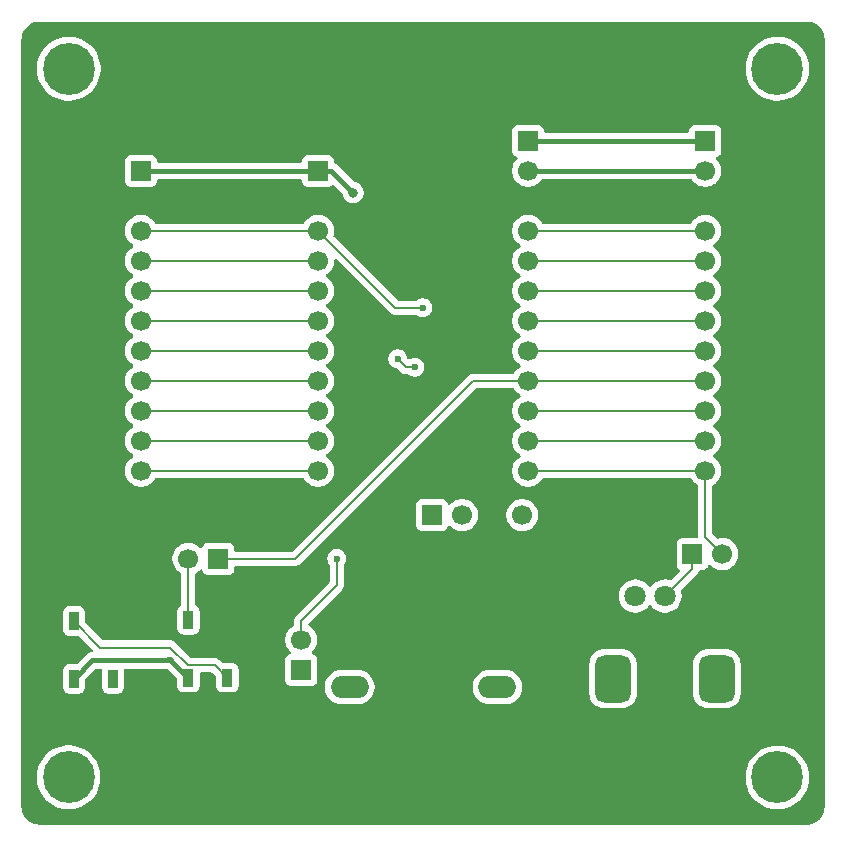
<source format=gtl>
G04 #@! TF.GenerationSoftware,KiCad,Pcbnew,9.0.6*
G04 #@! TF.CreationDate,2025-12-10T15:06:57+01:00*
G04 #@! TF.ProjectId,floppyv3_expansion,666c6f70-7079-4763-935f-657870616e73,rev?*
G04 #@! TF.SameCoordinates,Original*
G04 #@! TF.FileFunction,Copper,L1,Top*
G04 #@! TF.FilePolarity,Positive*
%FSLAX46Y46*%
G04 Gerber Fmt 4.6, Leading zero omitted, Abs format (unit mm)*
G04 Created by KiCad (PCBNEW 9.0.6) date 2025-12-10 15:06:57*
%MOMM*%
%LPD*%
G01*
G04 APERTURE LIST*
G04 Aperture macros list*
%AMRoundRect*
0 Rectangle with rounded corners*
0 $1 Rounding radius*
0 $2 $3 $4 $5 $6 $7 $8 $9 X,Y pos of 4 corners*
0 Add a 4 corners polygon primitive as box body*
4,1,4,$2,$3,$4,$5,$6,$7,$8,$9,$2,$3,0*
0 Add four circle primitives for the rounded corners*
1,1,$1+$1,$2,$3*
1,1,$1+$1,$4,$5*
1,1,$1+$1,$6,$7*
1,1,$1+$1,$8,$9*
0 Add four rect primitives between the rounded corners*
20,1,$1+$1,$2,$3,$4,$5,0*
20,1,$1+$1,$4,$5,$6,$7,0*
20,1,$1+$1,$6,$7,$8,$9,0*
20,1,$1+$1,$8,$9,$2,$3,0*%
G04 Aperture macros list end*
G04 #@! TA.AperFunction,ComponentPad*
%ADD10O,3.200000X1.900000*%
G04 #@! TD*
G04 #@! TA.AperFunction,ComponentPad*
%ADD11R,1.800000X1.800000*%
G04 #@! TD*
G04 #@! TA.AperFunction,ComponentPad*
%ADD12C,1.800000*%
G04 #@! TD*
G04 #@! TA.AperFunction,ComponentPad*
%ADD13RoundRect,0.750000X-0.750000X1.250000X-0.750000X-1.250000X0.750000X-1.250000X0.750000X1.250000X0*%
G04 #@! TD*
G04 #@! TA.AperFunction,SMDPad,CuDef*
%ADD14RoundRect,0.090000X0.360000X-0.660000X0.360000X0.660000X-0.360000X0.660000X-0.360000X-0.660000X0*%
G04 #@! TD*
G04 #@! TA.AperFunction,ComponentPad*
%ADD15C,0.700000*%
G04 #@! TD*
G04 #@! TA.AperFunction,ComponentPad*
%ADD16C,4.400000*%
G04 #@! TD*
G04 #@! TA.AperFunction,ComponentPad*
%ADD17R,1.700000X1.700000*%
G04 #@! TD*
G04 #@! TA.AperFunction,ComponentPad*
%ADD18C,1.700000*%
G04 #@! TD*
G04 #@! TA.AperFunction,ViaPad*
%ADD19C,0.600000*%
G04 #@! TD*
G04 #@! TA.AperFunction,ViaPad*
%ADD20C,0.800000*%
G04 #@! TD*
G04 #@! TA.AperFunction,Conductor*
%ADD21C,0.400000*%
G04 #@! TD*
G04 #@! TA.AperFunction,Conductor*
%ADD22C,0.200000*%
G04 #@! TD*
G04 APERTURE END LIST*
D10*
G04 #@! TO.P,SW1,1,1*
G04 #@! TO.N,GND*
X108902500Y-116260000D03*
X121402500Y-116260000D03*
G04 #@! TO.P,SW1,2,2*
G04 #@! TO.N,Net-(U1-IN)*
X108902500Y-121260000D03*
X121402500Y-121260000D03*
G04 #@! TD*
D11*
G04 #@! TO.P,RV1,1,1*
G04 #@! TO.N,GND*
X138100000Y-113550000D03*
D12*
G04 #@! TO.P,RV1,2,2*
G04 #@! TO.N,Net-(JP1-A)*
X135600000Y-113550000D03*
G04 #@! TO.P,RV1,3,3*
G04 #@! TO.N,/3V3*
X133100000Y-113550000D03*
D13*
G04 #@! TO.P,RV1,MP*
G04 #@! TO.N,N/C*
X140000000Y-120550000D03*
X131200000Y-120550000D03*
G04 #@! TD*
D14*
G04 #@! TO.P,D1,1,VDD*
G04 #@! TO.N,/3V3*
X95240000Y-120470000D03*
G04 #@! TO.P,D1,2,DOUT*
G04 #@! TO.N,Net-(D1-DOUT)*
X98540000Y-120470000D03*
G04 #@! TO.P,D1,3,VSS*
G04 #@! TO.N,GND*
X98540000Y-115570000D03*
G04 #@! TO.P,D1,4,DIN*
G04 #@! TO.N,Net-(D1-DIN)*
X95240000Y-115570000D03*
G04 #@! TD*
D15*
G04 #@! TO.P,H1,1*
G04 #@! TO.N,N/C*
X83464200Y-68914200D03*
X83947474Y-67747474D03*
X83947474Y-70080926D03*
X85114200Y-67264200D03*
D16*
X85114200Y-68914200D03*
D15*
X85114200Y-70564200D03*
X86280926Y-67747474D03*
X86280926Y-70080926D03*
X86764200Y-68914200D03*
G04 #@! TD*
D17*
G04 #@! TO.P,JP2,1,A*
G04 #@! TO.N,Net-(JP2-A)*
X104800000Y-119800000D03*
D18*
G04 #@! TO.P,JP2,2,B*
G04 #@! TO.N,/PA0*
X104800000Y-117260000D03*
G04 #@! TD*
D14*
G04 #@! TO.P,D2,1,VDD*
G04 #@! TO.N,/3V3*
X85550000Y-120570000D03*
G04 #@! TO.P,D2,2,DOUT*
G04 #@! TO.N,unconnected-(D2-DOUT-Pad2)*
X88850000Y-120570000D03*
G04 #@! TO.P,D2,3,VSS*
G04 #@! TO.N,GND*
X88850000Y-115670000D03*
G04 #@! TO.P,D2,4,DIN*
G04 #@! TO.N,Net-(D1-DOUT)*
X85550000Y-115670000D03*
G04 #@! TD*
D17*
G04 #@! TO.P,JP3,1,A*
G04 #@! TO.N,/PB0*
X97780000Y-110400000D03*
D18*
G04 #@! TO.P,JP3,2,B*
G04 #@! TO.N,Net-(D1-DIN)*
X95240000Y-110400000D03*
G04 #@! TD*
D17*
G04 #@! TO.P,J5,1,Pin_1*
G04 #@! TO.N,/VUSB*
X139008414Y-75016440D03*
D18*
G04 #@! TO.P,J5,2,Pin_2*
G04 #@! TO.N,/VIN*
X139008414Y-77556440D03*
G04 #@! TO.P,J5,3,Pin_3*
G04 #@! TO.N,GND*
X139008414Y-80096440D03*
G04 #@! TO.P,J5,4,Pin_4*
G04 #@! TO.N,/PB3*
X139008414Y-82636440D03*
G04 #@! TO.P,J5,5,Pin_5*
G04 #@! TO.N,/PA14*
X139008414Y-85176440D03*
G04 #@! TO.P,J5,6,Pin_6*
G04 #@! TO.N,/PA13*
X139008414Y-87716440D03*
G04 #@! TO.P,J5,7,Pin_7*
G04 #@! TO.N,/PA12*
X139008414Y-90256440D03*
G04 #@! TO.P,J5,8,Pin_8*
G04 #@! TO.N,/PA11*
X139008414Y-92796440D03*
G04 #@! TO.P,J5,9,Pin_9*
G04 #@! TO.N,/PB0*
X139008414Y-95336440D03*
G04 #@! TO.P,J5,10,Pin_10*
G04 #@! TO.N,/PA7*
X139008414Y-97876440D03*
G04 #@! TO.P,J5,11,Pin_11*
G04 #@! TO.N,/PA6*
X139008414Y-100416440D03*
G04 #@! TO.P,J5,12,Pin_12*
G04 #@! TO.N,/PA5*
X139008414Y-102956440D03*
G04 #@! TD*
D17*
G04 #@! TO.P,J1,1,Pin_1*
G04 #@! TO.N,/3V3*
X91228414Y-77556440D03*
D18*
G04 #@! TO.P,J1,2,Pin_2*
G04 #@! TO.N,GND*
X91228414Y-80096440D03*
G04 #@! TO.P,J1,3,Pin_3*
G04 #@! TO.N,/NRST*
X91228414Y-82636440D03*
G04 #@! TO.P,J1,4,Pin_4*
G04 #@! TO.N,/PB7*
X91228414Y-85176440D03*
G04 #@! TO.P,J1,5,Pin_5*
G04 #@! TO.N,/PC14*
X91228414Y-87716440D03*
G04 #@! TO.P,J1,6,Pin_6*
G04 #@! TO.N,/PC15*
X91228414Y-90256440D03*
G04 #@! TO.P,J1,7,Pin_7*
G04 #@! TO.N,/PA0*
X91228414Y-92796440D03*
G04 #@! TO.P,J1,8,Pin_8*
G04 #@! TO.N,/PA1*
X91228414Y-95336440D03*
G04 #@! TO.P,J1,9,Pin_9*
G04 #@! TO.N,/PA2*
X91228414Y-97876440D03*
G04 #@! TO.P,J1,10,Pin_10*
G04 #@! TO.N,/PA3*
X91228414Y-100416440D03*
G04 #@! TO.P,J1,11,Pin_11*
G04 #@! TO.N,/PA4*
X91228414Y-102956440D03*
G04 #@! TD*
D17*
G04 #@! TO.P,J3,1,Pin_1*
G04 #@! TO.N,/3V3*
X115888414Y-106701440D03*
D18*
G04 #@! TO.P,J3,2,Pin_2*
G04 #@! TO.N,/T_SCK*
X118428414Y-106701440D03*
G04 #@! TO.P,J3,3,Pin_3*
G04 #@! TO.N,GND*
X120968414Y-106701440D03*
G04 #@! TO.P,J3,4,Pin_4*
G04 #@! TO.N,/T_SWD*
X123508414Y-106701440D03*
G04 #@! TD*
D15*
G04 #@! TO.P,H3,1*
G04 #@! TO.N,N/C*
X143464200Y-128914278D03*
X143947474Y-127747552D03*
X143947474Y-130081004D03*
X145114200Y-127264278D03*
D16*
X145114200Y-128914278D03*
D15*
X145114200Y-130564278D03*
X146280926Y-127747552D03*
X146280926Y-130081004D03*
X146764200Y-128914278D03*
G04 #@! TD*
D17*
G04 #@! TO.P,J4,1,Pin_1*
G04 #@! TO.N,/VUSB*
X124008414Y-75016440D03*
D18*
G04 #@! TO.P,J4,2,Pin_2*
G04 #@! TO.N,/VIN*
X124008414Y-77556440D03*
G04 #@! TO.P,J4,3,Pin_3*
G04 #@! TO.N,GND*
X124008414Y-80096440D03*
G04 #@! TO.P,J4,4,Pin_4*
G04 #@! TO.N,/PB3*
X124008414Y-82636440D03*
G04 #@! TO.P,J4,5,Pin_5*
G04 #@! TO.N,/PA14*
X124008414Y-85176440D03*
G04 #@! TO.P,J4,6,Pin_6*
G04 #@! TO.N,/PA13*
X124008414Y-87716440D03*
G04 #@! TO.P,J4,7,Pin_7*
G04 #@! TO.N,/PA12*
X124008414Y-90256440D03*
G04 #@! TO.P,J4,8,Pin_8*
G04 #@! TO.N,/PA11*
X124008414Y-92796440D03*
G04 #@! TO.P,J4,9,Pin_9*
G04 #@! TO.N,/PB0*
X124008414Y-95336440D03*
G04 #@! TO.P,J4,10,Pin_10*
G04 #@! TO.N,/PA7*
X124008414Y-97876440D03*
G04 #@! TO.P,J4,11,Pin_11*
G04 #@! TO.N,/PA6*
X124008414Y-100416440D03*
G04 #@! TO.P,J4,12,Pin_12*
G04 #@! TO.N,/PA5*
X124008414Y-102956440D03*
G04 #@! TD*
D15*
G04 #@! TO.P,H4,1*
G04 #@! TO.N,N/C*
X83449986Y-128899964D03*
X83933260Y-127733238D03*
X83933260Y-130066690D03*
X85099986Y-127249964D03*
D16*
X85099986Y-128899964D03*
D15*
X85099986Y-130549964D03*
X86266712Y-127733238D03*
X86266712Y-130066690D03*
X86749986Y-128899964D03*
G04 #@! TD*
D17*
G04 #@! TO.P,JP1,1,A*
G04 #@! TO.N,Net-(JP1-A)*
X137925000Y-110000000D03*
D18*
G04 #@! TO.P,JP1,2,B*
G04 #@! TO.N,/PA5*
X140465000Y-110000000D03*
G04 #@! TD*
D17*
G04 #@! TO.P,J2,1,Pin_1*
G04 #@! TO.N,/3V3*
X106228414Y-77556440D03*
D18*
G04 #@! TO.P,J2,2,Pin_2*
G04 #@! TO.N,GND*
X106228414Y-80096440D03*
G04 #@! TO.P,J2,3,Pin_3*
G04 #@! TO.N,/NRST*
X106228414Y-82636440D03*
G04 #@! TO.P,J2,4,Pin_4*
G04 #@! TO.N,/PB7*
X106228414Y-85176440D03*
G04 #@! TO.P,J2,5,Pin_5*
G04 #@! TO.N,/PC14*
X106228414Y-87716440D03*
G04 #@! TO.P,J2,6,Pin_6*
G04 #@! TO.N,/PC15*
X106228414Y-90256440D03*
G04 #@! TO.P,J2,7,Pin_7*
G04 #@! TO.N,/PA0*
X106228414Y-92796440D03*
G04 #@! TO.P,J2,8,Pin_8*
G04 #@! TO.N,/PA1*
X106228414Y-95336440D03*
G04 #@! TO.P,J2,9,Pin_9*
G04 #@! TO.N,/PA2*
X106228414Y-97876440D03*
G04 #@! TO.P,J2,10,Pin_10*
G04 #@! TO.N,/PA3*
X106228414Y-100416440D03*
G04 #@! TO.P,J2,11,Pin_11*
G04 #@! TO.N,/PA4*
X106228414Y-102956440D03*
G04 #@! TD*
D15*
G04 #@! TO.P,H2,1*
G04 #@! TO.N,N/C*
X143464200Y-68914200D03*
X143947474Y-67747474D03*
X143947474Y-70080926D03*
X145114200Y-67264200D03*
D16*
X145114200Y-68914200D03*
D15*
X145114200Y-70564200D03*
X146280926Y-67747474D03*
X146280926Y-70080926D03*
X146764200Y-68914200D03*
G04 #@! TD*
D19*
G04 #@! TO.N,GND*
X118600000Y-100000000D03*
X136000000Y-67400000D03*
X131200000Y-131000000D03*
X119400000Y-83000000D03*
X89800000Y-125400000D03*
X143400000Y-95600000D03*
X147600000Y-113600000D03*
X126000000Y-125600000D03*
X111600000Y-73600000D03*
X90000000Y-71200000D03*
X86400000Y-89600000D03*
X124400000Y-70200000D03*
X84200000Y-101200000D03*
X89400000Y-109400000D03*
X139400000Y-129400000D03*
X83800000Y-80600000D03*
X146000000Y-79600000D03*
X104200000Y-130000000D03*
X97200000Y-75000000D03*
X129000000Y-107200000D03*
X147600000Y-91800000D03*
X101400000Y-105400000D03*
X98600000Y-124000000D03*
X146800000Y-103000000D03*
X115800000Y-69200000D03*
X116400000Y-126600000D03*
X111400000Y-98200000D03*
X92400000Y-129200000D03*
D20*
G04 #@! TO.N,/3V3*
X109200000Y-79400000D03*
D19*
X93710000Y-118940000D03*
G04 #@! TO.N,/NRST*
X115080000Y-89150000D03*
G04 #@! TO.N,/PA0*
X107810000Y-110380000D03*
G04 #@! TO.N,/T_SWD*
X112960000Y-93460000D03*
X114430000Y-94180000D03*
G04 #@! TD*
D21*
G04 #@! TO.N,/3V3*
X106228414Y-77556440D02*
X107356440Y-77556440D01*
X107356440Y-77556440D02*
X109200000Y-79400000D01*
X93770000Y-119000000D02*
X87120000Y-119000000D01*
X93710000Y-118940000D02*
X95240000Y-120470000D01*
X87120000Y-119000000D02*
X85550000Y-120570000D01*
X106228414Y-77556440D02*
X91228414Y-77556440D01*
D22*
G04 #@! TO.N,Net-(D1-DOUT)*
X97489000Y-119419000D02*
X95219000Y-119419000D01*
X87800000Y-117920000D02*
X85550000Y-115670000D01*
X93720000Y-117920000D02*
X87800000Y-117920000D01*
X95219000Y-119419000D02*
X93720000Y-117920000D01*
X98540000Y-120470000D02*
X97489000Y-119419000D01*
G04 #@! TO.N,Net-(D1-DIN)*
X95240000Y-115570000D02*
X95240000Y-110400000D01*
G04 #@! TO.N,/PA3*
X106228414Y-100416440D02*
X91228414Y-100416440D01*
G04 #@! TO.N,/PC14*
X91228414Y-87716440D02*
X106228414Y-87716440D01*
G04 #@! TO.N,/PC15*
X106228414Y-90256440D02*
X91228414Y-90256440D01*
G04 #@! TO.N,/PA1*
X106228414Y-95336440D02*
X91228414Y-95336440D01*
G04 #@! TO.N,/NRST*
X106228414Y-82636440D02*
X91228414Y-82636440D01*
X106228414Y-82636440D02*
X112741974Y-89150000D01*
X112741974Y-89150000D02*
X115080000Y-89150000D01*
G04 #@! TO.N,/PA4*
X106228414Y-102956440D02*
X91228414Y-102956440D01*
G04 #@! TO.N,/PA2*
X91228414Y-97876440D02*
X106228414Y-97876440D01*
G04 #@! TO.N,/PB7*
X106228414Y-85176440D02*
X91228414Y-85176440D01*
G04 #@! TO.N,/PA0*
X106228414Y-92796440D02*
X91228414Y-92796440D01*
X104800000Y-115648530D02*
X107400000Y-113048530D01*
X107400000Y-113048530D02*
X107810000Y-112638530D01*
X107810000Y-112638530D02*
X107810000Y-110380000D01*
X104800000Y-117260000D02*
X104800000Y-115648530D01*
G04 #@! TO.N,/PA13*
X139008414Y-87716440D02*
X124008414Y-87716440D01*
G04 #@! TO.N,/PA14*
X124008414Y-85176440D02*
X139008414Y-85176440D01*
G04 #@! TO.N,/PB0*
X124004854Y-95340000D02*
X124008414Y-95336440D01*
X104300000Y-110400000D02*
X119360000Y-95340000D01*
X124008414Y-95336440D02*
X139008414Y-95336440D01*
X119360000Y-95340000D02*
X124004854Y-95340000D01*
X97780000Y-110400000D02*
X104300000Y-110400000D01*
G04 #@! TO.N,/PA11*
X139008414Y-92796440D02*
X124008414Y-92796440D01*
G04 #@! TO.N,/PB3*
X139008414Y-82636440D02*
X124008414Y-82636440D01*
G04 #@! TO.N,/PA12*
X124008414Y-90256440D02*
X139008414Y-90256440D01*
D21*
G04 #@! TO.N,/VIN*
X139008414Y-77556440D02*
X124008414Y-77556440D01*
G04 #@! TO.N,/VUSB*
X139008414Y-75016440D02*
X124008414Y-75016440D01*
D22*
G04 #@! TO.N,/PA7*
X139008414Y-97876440D02*
X124008414Y-97876440D01*
G04 #@! TO.N,/PA6*
X124008414Y-100416440D02*
X139008414Y-100416440D01*
G04 #@! TO.N,/T_SWD*
X114430000Y-94180000D02*
X113680000Y-94180000D01*
X113680000Y-94180000D02*
X112960000Y-93460000D01*
G04 #@! TO.N,/PA5*
X140465000Y-110000000D02*
X139008414Y-108543414D01*
X139008414Y-102956440D02*
X124008414Y-102956440D01*
X139008414Y-108543414D02*
X139008414Y-102956440D01*
G04 #@! TO.N,Net-(JP1-A)*
X137925000Y-110000000D02*
X137925000Y-111225000D01*
X137925000Y-111225000D02*
X135600000Y-113550000D01*
G04 #@! TD*
G04 #@! TA.AperFunction,Conductor*
G04 #@! TO.N,GND*
G36*
X147548317Y-64914735D02*
G01*
X147548318Y-64914736D01*
X147609784Y-64914736D01*
X147618627Y-64915051D01*
X147818763Y-64929367D01*
X147836272Y-64931884D01*
X148028008Y-64973596D01*
X148044960Y-64978574D01*
X148228803Y-65047146D01*
X148244889Y-65054492D01*
X148417049Y-65148501D01*
X148417106Y-65148532D01*
X148431982Y-65158092D01*
X148589014Y-65275648D01*
X148589053Y-65275677D01*
X148602421Y-65287260D01*
X148741171Y-65426014D01*
X148752741Y-65439367D01*
X148850620Y-65570121D01*
X148870326Y-65596446D01*
X148879891Y-65611330D01*
X148973920Y-65783538D01*
X148981269Y-65799631D01*
X149049831Y-65983460D01*
X149054816Y-66000437D01*
X149096520Y-66192167D01*
X149099037Y-66209678D01*
X149113397Y-66410502D01*
X149113713Y-66419346D01*
X149113713Y-66490106D01*
X149113714Y-66490119D01*
X149113714Y-131348352D01*
X149113712Y-131348360D01*
X149113713Y-131377440D01*
X149113713Y-131409829D01*
X149113397Y-131418673D01*
X149099090Y-131618799D01*
X149096573Y-131636312D01*
X149054869Y-131828044D01*
X149049884Y-131845021D01*
X148981322Y-132028849D01*
X148973973Y-132044943D01*
X148879939Y-132217157D01*
X148870373Y-132232041D01*
X148752797Y-132389105D01*
X148741211Y-132402477D01*
X148602465Y-132541221D01*
X148589093Y-132552807D01*
X148432024Y-132670385D01*
X148417139Y-132679951D01*
X148244934Y-132773977D01*
X148228841Y-132781326D01*
X148044998Y-132849891D01*
X148028021Y-132854875D01*
X147836299Y-132896575D01*
X147818786Y-132899092D01*
X147618370Y-132913417D01*
X147609502Y-132913733D01*
X82673716Y-132899465D01*
X82673450Y-132899449D01*
X82665882Y-132899449D01*
X82604422Y-132899449D01*
X82595573Y-132899133D01*
X82395383Y-132884811D01*
X82377868Y-132882292D01*
X82314129Y-132868422D01*
X82186092Y-132840562D01*
X82169114Y-132835575D01*
X81985239Y-132766976D01*
X81969142Y-132759623D01*
X81878674Y-132710210D01*
X81796898Y-132665544D01*
X81782013Y-132655975D01*
X81624921Y-132538341D01*
X81611549Y-132526750D01*
X81472793Y-132387944D01*
X81461207Y-132374568D01*
X81343630Y-132217434D01*
X81334066Y-132202545D01*
X81240050Y-132030268D01*
X81232703Y-132014170D01*
X81164163Y-131830253D01*
X81159188Y-131813289D01*
X81117528Y-131621497D01*
X81115016Y-131603985D01*
X81100814Y-131404477D01*
X81100502Y-131395677D01*
X81100504Y-131388664D01*
X81100524Y-131333479D01*
X81100522Y-131333475D01*
X81100526Y-131324603D01*
X81100517Y-131324490D01*
X81101080Y-128748300D01*
X82399486Y-128748300D01*
X82399486Y-129051627D01*
X82433443Y-129353012D01*
X82433446Y-129353026D01*
X82500939Y-129648735D01*
X82500943Y-129648747D01*
X82601119Y-129935032D01*
X82732719Y-130208302D01*
X82732721Y-130208305D01*
X82894094Y-130465128D01*
X83083207Y-130702268D01*
X83297682Y-130916743D01*
X83534822Y-131105856D01*
X83791645Y-131267229D01*
X84064921Y-131398832D01*
X84279937Y-131474069D01*
X84351202Y-131499006D01*
X84351214Y-131499010D01*
X84646923Y-131566504D01*
X84646932Y-131566505D01*
X84646937Y-131566506D01*
X84847860Y-131589144D01*
X84948323Y-131600463D01*
X84948326Y-131600464D01*
X84948329Y-131600464D01*
X85251646Y-131600464D01*
X85251647Y-131600463D01*
X85426008Y-131580818D01*
X85553034Y-131566506D01*
X85553037Y-131566505D01*
X85553049Y-131566504D01*
X85848758Y-131499010D01*
X86135051Y-131398832D01*
X86408327Y-131267229D01*
X86665150Y-131105856D01*
X86902290Y-130916743D01*
X87116765Y-130702268D01*
X87305878Y-130465128D01*
X87467251Y-130208305D01*
X87598854Y-129935029D01*
X87699032Y-129648736D01*
X87766526Y-129353027D01*
X87800486Y-129051621D01*
X87800486Y-128762614D01*
X142413700Y-128762614D01*
X142413700Y-129065941D01*
X142447657Y-129367326D01*
X142447660Y-129367340D01*
X142515153Y-129663049D01*
X142515157Y-129663061D01*
X142615333Y-129949346D01*
X142746933Y-130222616D01*
X142746935Y-130222619D01*
X142908308Y-130479442D01*
X143097421Y-130716582D01*
X143311896Y-130931057D01*
X143549036Y-131120170D01*
X143805859Y-131281543D01*
X144079135Y-131413146D01*
X144294151Y-131488383D01*
X144365416Y-131513320D01*
X144365428Y-131513324D01*
X144661137Y-131580818D01*
X144661146Y-131580819D01*
X144661151Y-131580820D01*
X144862074Y-131603458D01*
X144962537Y-131614777D01*
X144962540Y-131614778D01*
X144962543Y-131614778D01*
X145265860Y-131614778D01*
X145265861Y-131614777D01*
X145419894Y-131597422D01*
X145567248Y-131580820D01*
X145567251Y-131580819D01*
X145567263Y-131580818D01*
X145862972Y-131513324D01*
X146149265Y-131413146D01*
X146422541Y-131281543D01*
X146679364Y-131120170D01*
X146916504Y-130931057D01*
X147130979Y-130716582D01*
X147320092Y-130479442D01*
X147481465Y-130222619D01*
X147613068Y-129949343D01*
X147713246Y-129663050D01*
X147780740Y-129367341D01*
X147782355Y-129353012D01*
X147814699Y-129065941D01*
X147814700Y-129065937D01*
X147814700Y-128762618D01*
X147814699Y-128762614D01*
X147780742Y-128461229D01*
X147780741Y-128461224D01*
X147780740Y-128461215D01*
X147713246Y-128165506D01*
X147613068Y-127879213D01*
X147481465Y-127605937D01*
X147320092Y-127349114D01*
X147130979Y-127111974D01*
X146916504Y-126897499D01*
X146679364Y-126708386D01*
X146422541Y-126547013D01*
X146422538Y-126547011D01*
X146149268Y-126415411D01*
X145862983Y-126315235D01*
X145862971Y-126315231D01*
X145634756Y-126263142D01*
X145567263Y-126247738D01*
X145567260Y-126247737D01*
X145567248Y-126247735D01*
X145265863Y-126213778D01*
X145265857Y-126213778D01*
X144962543Y-126213778D01*
X144962536Y-126213778D01*
X144661151Y-126247735D01*
X144661137Y-126247738D01*
X144365428Y-126315231D01*
X144365416Y-126315235D01*
X144079131Y-126415411D01*
X143805861Y-126547011D01*
X143549037Y-126708385D01*
X143311896Y-126897498D01*
X143097420Y-127111974D01*
X142908307Y-127349115D01*
X142746933Y-127605939D01*
X142615333Y-127879209D01*
X142515157Y-128165494D01*
X142515153Y-128165506D01*
X142447660Y-128461215D01*
X142447657Y-128461229D01*
X142413700Y-128762614D01*
X87800486Y-128762614D01*
X87800486Y-128748307D01*
X87789166Y-128647838D01*
X87766528Y-128446915D01*
X87766527Y-128446910D01*
X87766526Y-128446901D01*
X87699032Y-128151192D01*
X87598854Y-127864899D01*
X87467251Y-127591623D01*
X87305878Y-127334800D01*
X87116765Y-127097660D01*
X86902290Y-126883185D01*
X86665150Y-126694072D01*
X86408327Y-126532699D01*
X86408324Y-126532697D01*
X86135054Y-126401097D01*
X85848769Y-126300921D01*
X85848757Y-126300917D01*
X85615749Y-126247735D01*
X85553049Y-126233424D01*
X85553046Y-126233423D01*
X85553034Y-126233421D01*
X85251649Y-126199464D01*
X85251643Y-126199464D01*
X84948329Y-126199464D01*
X84948322Y-126199464D01*
X84646937Y-126233421D01*
X84646923Y-126233424D01*
X84351214Y-126300917D01*
X84351202Y-126300921D01*
X84064917Y-126401097D01*
X83791647Y-126532697D01*
X83534823Y-126694071D01*
X83297682Y-126883184D01*
X83083206Y-127097660D01*
X82894093Y-127334801D01*
X82732719Y-127591625D01*
X82601119Y-127864895D01*
X82500943Y-128151180D01*
X82500939Y-128151192D01*
X82433446Y-128446901D01*
X82433443Y-128446915D01*
X82399486Y-128748300D01*
X81101080Y-128748300D01*
X81104094Y-114971298D01*
X84599500Y-114971298D01*
X84599500Y-116368703D01*
X84614696Y-116484142D01*
X84614699Y-116484151D01*
X84674200Y-116627798D01*
X84768851Y-116751149D01*
X84892202Y-116845800D01*
X85035849Y-116905301D01*
X85151299Y-116920500D01*
X85899902Y-116920499D01*
X85966941Y-116940183D01*
X85987583Y-116956818D01*
X87119892Y-118089128D01*
X87124762Y-118098047D01*
X87132788Y-118104282D01*
X87141223Y-118128194D01*
X87153377Y-118150451D01*
X87152652Y-118160588D01*
X87156033Y-118170172D01*
X87150201Y-118194847D01*
X87148393Y-118220143D01*
X87142301Y-118228279D01*
X87139965Y-118238169D01*
X87121717Y-118255776D01*
X87106521Y-118276076D01*
X87095660Y-118280919D01*
X87089686Y-118286684D01*
X87056403Y-118298426D01*
X86942591Y-118321065D01*
X86929131Y-118323742D01*
X86915673Y-118326419D01*
X86878330Y-118341887D01*
X86788192Y-118379223D01*
X86734572Y-118415051D01*
X86673454Y-118455887D01*
X85846160Y-119283181D01*
X85784837Y-119316666D01*
X85758479Y-119319500D01*
X85151296Y-119319500D01*
X85035857Y-119334696D01*
X85035848Y-119334699D01*
X84892205Y-119394198D01*
X84768851Y-119488851D01*
X84674198Y-119612205D01*
X84614699Y-119755848D01*
X84614698Y-119755850D01*
X84599500Y-119871298D01*
X84599500Y-121268703D01*
X84614696Y-121384142D01*
X84614699Y-121384151D01*
X84674200Y-121527798D01*
X84768851Y-121651149D01*
X84892202Y-121745800D01*
X85035849Y-121805301D01*
X85151299Y-121820500D01*
X85948700Y-121820499D01*
X85948703Y-121820499D01*
X86064142Y-121805303D01*
X86064146Y-121805301D01*
X86064151Y-121805301D01*
X86207798Y-121745800D01*
X86331149Y-121651149D01*
X86425800Y-121527798D01*
X86485301Y-121384151D01*
X86500500Y-121268701D01*
X86500499Y-120661517D01*
X86520183Y-120594479D01*
X86536813Y-120573842D01*
X87373838Y-119736819D01*
X87435161Y-119703334D01*
X87461519Y-119700500D01*
X87780591Y-119700500D01*
X87847630Y-119720185D01*
X87893385Y-119772989D01*
X87903530Y-119840684D01*
X87899500Y-119871296D01*
X87899500Y-121268703D01*
X87914696Y-121384142D01*
X87914699Y-121384151D01*
X87974200Y-121527798D01*
X88068851Y-121651149D01*
X88192202Y-121745800D01*
X88335849Y-121805301D01*
X88451299Y-121820500D01*
X89248700Y-121820499D01*
X89248703Y-121820499D01*
X89364142Y-121805303D01*
X89364146Y-121805301D01*
X89364151Y-121805301D01*
X89507798Y-121745800D01*
X89631149Y-121651149D01*
X89725800Y-121527798D01*
X89785301Y-121384151D01*
X89800500Y-121268701D01*
X89800499Y-119871300D01*
X89800498Y-119871296D01*
X89796469Y-119840684D01*
X89807235Y-119771649D01*
X89853616Y-119719393D01*
X89919408Y-119700500D01*
X93428481Y-119700500D01*
X93495520Y-119720185D01*
X93516162Y-119736819D01*
X94253181Y-120473838D01*
X94286666Y-120535161D01*
X94289500Y-120561519D01*
X94289500Y-121168703D01*
X94304696Y-121284142D01*
X94304699Y-121284151D01*
X94346120Y-121384151D01*
X94364200Y-121427798D01*
X94458851Y-121551149D01*
X94582202Y-121645800D01*
X94725849Y-121705301D01*
X94841299Y-121720500D01*
X95638700Y-121720499D01*
X95638703Y-121720499D01*
X95754142Y-121705303D01*
X95754146Y-121705301D01*
X95754151Y-121705301D01*
X95897798Y-121645800D01*
X96021149Y-121551149D01*
X96115800Y-121427798D01*
X96175301Y-121284151D01*
X96190500Y-121168701D01*
X96190499Y-120143499D01*
X96210183Y-120076461D01*
X96262987Y-120030706D01*
X96314499Y-120019500D01*
X97188903Y-120019500D01*
X97255942Y-120039185D01*
X97276584Y-120055819D01*
X97553181Y-120332416D01*
X97586666Y-120393739D01*
X97589500Y-120420097D01*
X97589500Y-121168703D01*
X97604696Y-121284142D01*
X97604699Y-121284151D01*
X97646120Y-121384151D01*
X97664200Y-121427798D01*
X97758851Y-121551149D01*
X97882202Y-121645800D01*
X98025849Y-121705301D01*
X98141299Y-121720500D01*
X98938700Y-121720499D01*
X98938703Y-121720499D01*
X99054142Y-121705303D01*
X99054146Y-121705301D01*
X99054151Y-121705301D01*
X99197798Y-121645800D01*
X99321149Y-121551149D01*
X99415800Y-121427798D01*
X99475301Y-121284151D01*
X99490500Y-121168701D01*
X99490499Y-119771300D01*
X99490499Y-119771296D01*
X99475303Y-119655857D01*
X99475301Y-119655852D01*
X99475301Y-119655849D01*
X99415800Y-119512202D01*
X99321149Y-119388851D01*
X99197798Y-119294200D01*
X99197794Y-119294198D01*
X99054151Y-119234699D01*
X99054149Y-119234698D01*
X98938702Y-119219500D01*
X98190097Y-119219500D01*
X98160656Y-119210855D01*
X98130670Y-119204332D01*
X98125654Y-119200577D01*
X98123058Y-119199815D01*
X98102416Y-119183181D01*
X97976590Y-119057355D01*
X97976588Y-119057352D01*
X97857717Y-118938481D01*
X97857712Y-118938477D01*
X97740847Y-118871006D01*
X97740845Y-118871004D01*
X97720787Y-118859424D01*
X97720786Y-118859423D01*
X97720785Y-118859423D01*
X97568057Y-118818499D01*
X97409943Y-118818499D01*
X97402347Y-118818499D01*
X97402331Y-118818500D01*
X95519097Y-118818500D01*
X95452058Y-118798815D01*
X95431416Y-118782181D01*
X94207590Y-117558355D01*
X94207588Y-117558352D01*
X94088717Y-117439481D01*
X94088716Y-117439480D01*
X94001904Y-117389360D01*
X94001904Y-117389359D01*
X94001900Y-117389358D01*
X93951785Y-117360423D01*
X93799057Y-117319499D01*
X93640943Y-117319499D01*
X93633347Y-117319499D01*
X93633331Y-117319500D01*
X88100098Y-117319500D01*
X88070657Y-117310855D01*
X88040671Y-117304332D01*
X88035655Y-117300577D01*
X88033059Y-117299815D01*
X88012417Y-117283181D01*
X87882949Y-117153713D01*
X103449500Y-117153713D01*
X103449500Y-117366287D01*
X103459534Y-117429644D01*
X103482753Y-117576239D01*
X103548444Y-117778414D01*
X103644951Y-117967820D01*
X103769890Y-118139786D01*
X103883430Y-118253326D01*
X103916915Y-118314649D01*
X103911931Y-118384341D01*
X103870059Y-118440274D01*
X103839083Y-118457189D01*
X103707669Y-118506203D01*
X103707664Y-118506206D01*
X103592455Y-118592452D01*
X103592452Y-118592455D01*
X103506206Y-118707664D01*
X103506202Y-118707671D01*
X103455908Y-118842517D01*
X103449501Y-118902116D01*
X103449501Y-118902123D01*
X103449500Y-118902135D01*
X103449500Y-120697870D01*
X103449501Y-120697876D01*
X103455908Y-120757483D01*
X103506202Y-120892328D01*
X103506206Y-120892335D01*
X103592452Y-121007544D01*
X103592455Y-121007547D01*
X103707664Y-121093793D01*
X103707671Y-121093797D01*
X103842517Y-121144091D01*
X103842516Y-121144091D01*
X103849444Y-121144835D01*
X103902127Y-121150500D01*
X105697872Y-121150499D01*
X105741241Y-121145837D01*
X106802000Y-121145837D01*
X106802000Y-121374162D01*
X106837715Y-121599660D01*
X106908270Y-121816803D01*
X106999786Y-121996412D01*
X107011921Y-122020228D01*
X107146121Y-122204937D01*
X107307563Y-122366379D01*
X107492272Y-122500579D01*
X107588384Y-122549550D01*
X107695696Y-122604229D01*
X107695698Y-122604229D01*
X107695701Y-122604231D01*
X107812092Y-122642049D01*
X107912839Y-122674784D01*
X108138338Y-122710500D01*
X108138343Y-122710500D01*
X109666662Y-122710500D01*
X109892160Y-122674784D01*
X110109299Y-122604231D01*
X110312728Y-122500579D01*
X110497437Y-122366379D01*
X110658879Y-122204937D01*
X110793079Y-122020228D01*
X110896731Y-121816799D01*
X110967284Y-121599660D01*
X111003000Y-121374162D01*
X111003000Y-121145837D01*
X119302000Y-121145837D01*
X119302000Y-121374162D01*
X119337715Y-121599660D01*
X119408270Y-121816803D01*
X119499786Y-121996412D01*
X119511921Y-122020228D01*
X119646121Y-122204937D01*
X119807563Y-122366379D01*
X119992272Y-122500579D01*
X120088384Y-122549550D01*
X120195696Y-122604229D01*
X120195698Y-122604229D01*
X120195701Y-122604231D01*
X120312092Y-122642049D01*
X120412839Y-122674784D01*
X120638338Y-122710500D01*
X120638343Y-122710500D01*
X122166662Y-122710500D01*
X122392160Y-122674784D01*
X122609299Y-122604231D01*
X122812728Y-122500579D01*
X122997437Y-122366379D01*
X123158879Y-122204937D01*
X123293079Y-122020228D01*
X123396731Y-121816799D01*
X123467284Y-121599660D01*
X123503000Y-121374162D01*
X123503000Y-121145837D01*
X123467284Y-120920339D01*
X123396729Y-120703196D01*
X123330817Y-120573837D01*
X123293079Y-120499772D01*
X123158879Y-120315063D01*
X122997437Y-120153621D01*
X122812728Y-120019421D01*
X122609303Y-119915770D01*
X122392160Y-119845215D01*
X122166662Y-119809500D01*
X122166657Y-119809500D01*
X120638343Y-119809500D01*
X120638338Y-119809500D01*
X120412839Y-119845215D01*
X120195696Y-119915770D01*
X119992271Y-120019421D01*
X119807561Y-120153622D01*
X119646122Y-120315061D01*
X119511921Y-120499771D01*
X119408270Y-120703196D01*
X119337715Y-120920339D01*
X119302000Y-121145837D01*
X111003000Y-121145837D01*
X110967284Y-120920339D01*
X110896729Y-120703196D01*
X110830817Y-120573837D01*
X110793079Y-120499772D01*
X110658879Y-120315063D01*
X110497437Y-120153621D01*
X110312728Y-120019421D01*
X110109303Y-119915770D01*
X109892160Y-119845215D01*
X109666662Y-119809500D01*
X109666657Y-119809500D01*
X108138343Y-119809500D01*
X108138338Y-119809500D01*
X107912839Y-119845215D01*
X107695696Y-119915770D01*
X107492271Y-120019421D01*
X107307561Y-120153622D01*
X107146122Y-120315061D01*
X107011921Y-120499771D01*
X106908270Y-120703196D01*
X106837715Y-120920339D01*
X106802000Y-121145837D01*
X105741241Y-121145837D01*
X105757483Y-121144091D01*
X105892331Y-121093796D01*
X106007546Y-121007546D01*
X106093796Y-120892331D01*
X106144091Y-120757483D01*
X106150500Y-120697873D01*
X106150499Y-119235777D01*
X129199500Y-119235777D01*
X129199500Y-121864208D01*
X129199501Y-121864223D01*
X129209904Y-121996413D01*
X129209905Y-121996420D01*
X129264902Y-122214678D01*
X129264903Y-122214681D01*
X129357991Y-122419622D01*
X129357997Y-122419632D01*
X129486174Y-122604645D01*
X129486178Y-122604650D01*
X129486181Y-122604654D01*
X129645346Y-122763819D01*
X129645350Y-122763822D01*
X129645354Y-122763825D01*
X129784603Y-122860297D01*
X129830374Y-122892007D01*
X130035317Y-122985096D01*
X130035321Y-122985097D01*
X130253579Y-123040094D01*
X130253581Y-123040094D01*
X130253588Y-123040096D01*
X130385783Y-123050500D01*
X132014216Y-123050499D01*
X132146412Y-123040096D01*
X132364683Y-122985096D01*
X132569626Y-122892007D01*
X132754654Y-122763819D01*
X132913819Y-122604654D01*
X133042007Y-122419626D01*
X133135096Y-122214683D01*
X133190096Y-121996412D01*
X133200500Y-121864217D01*
X133200499Y-119235784D01*
X133200498Y-119235777D01*
X137999500Y-119235777D01*
X137999500Y-121864208D01*
X137999501Y-121864223D01*
X138009904Y-121996413D01*
X138009905Y-121996420D01*
X138064902Y-122214678D01*
X138064903Y-122214681D01*
X138157991Y-122419622D01*
X138157997Y-122419632D01*
X138286174Y-122604645D01*
X138286178Y-122604650D01*
X138286181Y-122604654D01*
X138445346Y-122763819D01*
X138445350Y-122763822D01*
X138445354Y-122763825D01*
X138584603Y-122860297D01*
X138630374Y-122892007D01*
X138835317Y-122985096D01*
X138835321Y-122985097D01*
X139053579Y-123040094D01*
X139053581Y-123040094D01*
X139053588Y-123040096D01*
X139185783Y-123050500D01*
X140814216Y-123050499D01*
X140946412Y-123040096D01*
X141164683Y-122985096D01*
X141369626Y-122892007D01*
X141554654Y-122763819D01*
X141713819Y-122604654D01*
X141842007Y-122419626D01*
X141935096Y-122214683D01*
X141990096Y-121996412D01*
X142000500Y-121864217D01*
X142000499Y-119235784D01*
X141990096Y-119103588D01*
X141978445Y-119057352D01*
X141935097Y-118885321D01*
X141935096Y-118885318D01*
X141928595Y-118871006D01*
X141842007Y-118680374D01*
X141810297Y-118634603D01*
X141713825Y-118495354D01*
X141713822Y-118495350D01*
X141713819Y-118495346D01*
X141554654Y-118336181D01*
X141554650Y-118336178D01*
X141554645Y-118336174D01*
X141369632Y-118207997D01*
X141369630Y-118207995D01*
X141369626Y-118207993D01*
X141219458Y-118139784D01*
X141164681Y-118114903D01*
X141164678Y-118114902D01*
X140946420Y-118059905D01*
X140946413Y-118059904D01*
X140902347Y-118056436D01*
X140814217Y-118049500D01*
X140814215Y-118049500D01*
X139185791Y-118049500D01*
X139185776Y-118049501D01*
X139053586Y-118059904D01*
X139053579Y-118059905D01*
X138835321Y-118114902D01*
X138835318Y-118114903D01*
X138630377Y-118207991D01*
X138630367Y-118207997D01*
X138445354Y-118336174D01*
X138445342Y-118336184D01*
X138286184Y-118495342D01*
X138286174Y-118495354D01*
X138157997Y-118680367D01*
X138157991Y-118680377D01*
X138064903Y-118885318D01*
X138064902Y-118885321D01*
X138009905Y-119103579D01*
X138009904Y-119103586D01*
X137999500Y-119235777D01*
X133200498Y-119235777D01*
X133190096Y-119103588D01*
X133178445Y-119057352D01*
X133135097Y-118885321D01*
X133135096Y-118885318D01*
X133128595Y-118871006D01*
X133042007Y-118680374D01*
X133010297Y-118634603D01*
X132913825Y-118495354D01*
X132913822Y-118495350D01*
X132913819Y-118495346D01*
X132754654Y-118336181D01*
X132754650Y-118336178D01*
X132754645Y-118336174D01*
X132569632Y-118207997D01*
X132569630Y-118207995D01*
X132569626Y-118207993D01*
X132419458Y-118139784D01*
X132364681Y-118114903D01*
X132364678Y-118114902D01*
X132146420Y-118059905D01*
X132146413Y-118059904D01*
X132102347Y-118056436D01*
X132014217Y-118049500D01*
X132014215Y-118049500D01*
X130385791Y-118049500D01*
X130385776Y-118049501D01*
X130253586Y-118059904D01*
X130253579Y-118059905D01*
X130035321Y-118114902D01*
X130035318Y-118114903D01*
X129830377Y-118207991D01*
X129830367Y-118207997D01*
X129645354Y-118336174D01*
X129645342Y-118336184D01*
X129486184Y-118495342D01*
X129486174Y-118495354D01*
X129357997Y-118680367D01*
X129357991Y-118680377D01*
X129264903Y-118885318D01*
X129264902Y-118885321D01*
X129209905Y-119103579D01*
X129209904Y-119103586D01*
X129199500Y-119235777D01*
X106150499Y-119235777D01*
X106150499Y-118902128D01*
X106144091Y-118842517D01*
X106135133Y-118818500D01*
X106093797Y-118707671D01*
X106093793Y-118707664D01*
X106007547Y-118592455D01*
X106007544Y-118592452D01*
X105892335Y-118506206D01*
X105892328Y-118506202D01*
X105760917Y-118457189D01*
X105704983Y-118415318D01*
X105680566Y-118349853D01*
X105695418Y-118281580D01*
X105716563Y-118253332D01*
X105830104Y-118139792D01*
X105838531Y-118128194D01*
X105955048Y-117967820D01*
X105955047Y-117967820D01*
X105955051Y-117967816D01*
X106051557Y-117778412D01*
X106117246Y-117576243D01*
X106150500Y-117366287D01*
X106150500Y-117153713D01*
X106117246Y-116943757D01*
X106051557Y-116741588D01*
X105955051Y-116552184D01*
X105955049Y-116552181D01*
X105955048Y-116552179D01*
X105830109Y-116380213D01*
X105679786Y-116229890D01*
X105507815Y-116104948D01*
X105507814Y-116104947D01*
X105468205Y-116084765D01*
X105457142Y-116074316D01*
X105443297Y-116067994D01*
X105432255Y-116050812D01*
X105417409Y-116036791D01*
X105413167Y-116021111D01*
X105405523Y-116009216D01*
X105400500Y-115974281D01*
X105400500Y-115948627D01*
X105420185Y-115881588D01*
X105436819Y-115860946D01*
X107939069Y-113358696D01*
X107939077Y-113358686D01*
X108290520Y-113007246D01*
X108369577Y-112870314D01*
X108410501Y-112717587D01*
X108410501Y-112559472D01*
X108410501Y-112551877D01*
X108410500Y-112551859D01*
X108410500Y-110959765D01*
X108430185Y-110892726D01*
X108431398Y-110890874D01*
X108519390Y-110759185D01*
X108519390Y-110759184D01*
X108519394Y-110759179D01*
X108579737Y-110613497D01*
X108610500Y-110458842D01*
X108610500Y-110301158D01*
X108610500Y-110301155D01*
X108610499Y-110301153D01*
X108579738Y-110146510D01*
X108579737Y-110146503D01*
X108553747Y-110083757D01*
X108519397Y-110000827D01*
X108519390Y-110000814D01*
X108431789Y-109869711D01*
X108431786Y-109869707D01*
X108320292Y-109758213D01*
X108320288Y-109758210D01*
X108189185Y-109670609D01*
X108189172Y-109670602D01*
X108043501Y-109610264D01*
X108043489Y-109610261D01*
X107888845Y-109579500D01*
X107888842Y-109579500D01*
X107731158Y-109579500D01*
X107731155Y-109579500D01*
X107576510Y-109610261D01*
X107576498Y-109610264D01*
X107430827Y-109670602D01*
X107430814Y-109670609D01*
X107299711Y-109758210D01*
X107299707Y-109758213D01*
X107188213Y-109869707D01*
X107188210Y-109869711D01*
X107100609Y-110000814D01*
X107100602Y-110000827D01*
X107040264Y-110146498D01*
X107040261Y-110146510D01*
X107009500Y-110301153D01*
X107009500Y-110458846D01*
X107040261Y-110613489D01*
X107040264Y-110613501D01*
X107100602Y-110759172D01*
X107100609Y-110759185D01*
X107188602Y-110890874D01*
X107209480Y-110957551D01*
X107209500Y-110959765D01*
X107209500Y-112338432D01*
X107200854Y-112367874D01*
X107194332Y-112397858D01*
X107190577Y-112402873D01*
X107189815Y-112405471D01*
X107173185Y-112426108D01*
X107031284Y-112568011D01*
X107031283Y-112568011D01*
X107031282Y-112568012D01*
X104431286Y-115168008D01*
X104319481Y-115279812D01*
X104319479Y-115279815D01*
X104269361Y-115366624D01*
X104269359Y-115366626D01*
X104240425Y-115416739D01*
X104240424Y-115416740D01*
X104240423Y-115416745D01*
X104199499Y-115569473D01*
X104199499Y-115569475D01*
X104199499Y-115737576D01*
X104199500Y-115737589D01*
X104199500Y-115974281D01*
X104179815Y-116041320D01*
X104131795Y-116084765D01*
X104092185Y-116104947D01*
X104092184Y-116104948D01*
X103920213Y-116229890D01*
X103769890Y-116380213D01*
X103644951Y-116552179D01*
X103548444Y-116741585D01*
X103482753Y-116943760D01*
X103480685Y-116956818D01*
X103449500Y-117153713D01*
X87882949Y-117153713D01*
X86536818Y-115807582D01*
X86503333Y-115746259D01*
X86500499Y-115719901D01*
X86500499Y-114971296D01*
X86485303Y-114855857D01*
X86485301Y-114855850D01*
X86485301Y-114855849D01*
X86425800Y-114712202D01*
X86331149Y-114588851D01*
X86207798Y-114494200D01*
X86207794Y-114494198D01*
X86064151Y-114434699D01*
X86064149Y-114434698D01*
X85948701Y-114419500D01*
X85151296Y-114419500D01*
X85035857Y-114434696D01*
X85035848Y-114434699D01*
X84892205Y-114494198D01*
X84768851Y-114588851D01*
X84674198Y-114712205D01*
X84614699Y-114855848D01*
X84614698Y-114855850D01*
X84599500Y-114971298D01*
X81104094Y-114971298D01*
X81105117Y-110293713D01*
X93889500Y-110293713D01*
X93889500Y-110506287D01*
X93891421Y-110518414D01*
X93906480Y-110613497D01*
X93922754Y-110716243D01*
X93987844Y-110916569D01*
X93988444Y-110918414D01*
X94084951Y-111107820D01*
X94209890Y-111279786D01*
X94360213Y-111430109D01*
X94532184Y-111555051D01*
X94532184Y-111555052D01*
X94571793Y-111575233D01*
X94622590Y-111623206D01*
X94639500Y-111685718D01*
X94639500Y-114289527D01*
X94619815Y-114356566D01*
X94587336Y-114387541D01*
X94588650Y-114389253D01*
X94582204Y-114394199D01*
X94582202Y-114394200D01*
X94529423Y-114434699D01*
X94458851Y-114488851D01*
X94364198Y-114612205D01*
X94304699Y-114755848D01*
X94304698Y-114755850D01*
X94289500Y-114871298D01*
X94289500Y-116268703D01*
X94304696Y-116384142D01*
X94304699Y-116384151D01*
X94346120Y-116484151D01*
X94364200Y-116527798D01*
X94458851Y-116651149D01*
X94582202Y-116745800D01*
X94725849Y-116805301D01*
X94841299Y-116820500D01*
X95638700Y-116820499D01*
X95638703Y-116820499D01*
X95754142Y-116805303D01*
X95754146Y-116805301D01*
X95754151Y-116805301D01*
X95897798Y-116745800D01*
X96021149Y-116651149D01*
X96115800Y-116527798D01*
X96175301Y-116384151D01*
X96190500Y-116268701D01*
X96190499Y-114871300D01*
X96190499Y-114871298D01*
X96190499Y-114871296D01*
X96175303Y-114755857D01*
X96175301Y-114755850D01*
X96175301Y-114755849D01*
X96115800Y-114612202D01*
X96021149Y-114488851D01*
X95897798Y-114394200D01*
X95897795Y-114394199D01*
X95891350Y-114389253D01*
X95893061Y-114387022D01*
X95854271Y-114346321D01*
X95840500Y-114289527D01*
X95840500Y-111685718D01*
X95860185Y-111618679D01*
X95908207Y-111575233D01*
X95947815Y-111555052D01*
X95947815Y-111555051D01*
X95947816Y-111555051D01*
X96119792Y-111430104D01*
X96233329Y-111316566D01*
X96294648Y-111283084D01*
X96364340Y-111288068D01*
X96420274Y-111329939D01*
X96437189Y-111360917D01*
X96486202Y-111492328D01*
X96486206Y-111492335D01*
X96572452Y-111607544D01*
X96572455Y-111607547D01*
X96687664Y-111693793D01*
X96687671Y-111693797D01*
X96822517Y-111744091D01*
X96822516Y-111744091D01*
X96829444Y-111744835D01*
X96882127Y-111750500D01*
X98677872Y-111750499D01*
X98737483Y-111744091D01*
X98872331Y-111693796D01*
X98987546Y-111607546D01*
X99073796Y-111492331D01*
X99124091Y-111357483D01*
X99130500Y-111297873D01*
X99130500Y-111124500D01*
X99150185Y-111057461D01*
X99202989Y-111011706D01*
X99254500Y-111000500D01*
X104213331Y-111000500D01*
X104213347Y-111000501D01*
X104220943Y-111000501D01*
X104379054Y-111000501D01*
X104379057Y-111000501D01*
X104531785Y-110959577D01*
X104581904Y-110930639D01*
X104668716Y-110880520D01*
X104780520Y-110768716D01*
X104780520Y-110768714D01*
X104790728Y-110758507D01*
X104790729Y-110758504D01*
X109745659Y-105803575D01*
X114537914Y-105803575D01*
X114537914Y-107599310D01*
X114537915Y-107599316D01*
X114544322Y-107658923D01*
X114594616Y-107793768D01*
X114594620Y-107793775D01*
X114680866Y-107908984D01*
X114680869Y-107908987D01*
X114796078Y-107995233D01*
X114796085Y-107995237D01*
X114930931Y-108045531D01*
X114930930Y-108045531D01*
X114937858Y-108046275D01*
X114990541Y-108051940D01*
X116786286Y-108051939D01*
X116845897Y-108045531D01*
X116980745Y-107995236D01*
X117095960Y-107908986D01*
X117182210Y-107793771D01*
X117231224Y-107662356D01*
X117273095Y-107606424D01*
X117338559Y-107582006D01*
X117406832Y-107596857D01*
X117435087Y-107618009D01*
X117548627Y-107731549D01*
X117720593Y-107856488D01*
X117720595Y-107856489D01*
X117720598Y-107856491D01*
X117910002Y-107952997D01*
X118112171Y-108018686D01*
X118322127Y-108051940D01*
X118322128Y-108051940D01*
X118534700Y-108051940D01*
X118534701Y-108051940D01*
X118744657Y-108018686D01*
X118946826Y-107952997D01*
X119136230Y-107856491D01*
X119222552Y-107793775D01*
X119308200Y-107731549D01*
X119308202Y-107731546D01*
X119308206Y-107731544D01*
X119458518Y-107581232D01*
X119458520Y-107581228D01*
X119458523Y-107581226D01*
X119583462Y-107409260D01*
X119583461Y-107409260D01*
X119583465Y-107409256D01*
X119679971Y-107219852D01*
X119745660Y-107017683D01*
X119778914Y-106807727D01*
X119778914Y-106595153D01*
X122157914Y-106595153D01*
X122157914Y-106807726D01*
X122191167Y-107017679D01*
X122256858Y-107219854D01*
X122353365Y-107409260D01*
X122478304Y-107581226D01*
X122628627Y-107731549D01*
X122800593Y-107856488D01*
X122800595Y-107856489D01*
X122800598Y-107856491D01*
X122990002Y-107952997D01*
X123192171Y-108018686D01*
X123402127Y-108051940D01*
X123402128Y-108051940D01*
X123614700Y-108051940D01*
X123614701Y-108051940D01*
X123824657Y-108018686D01*
X124026826Y-107952997D01*
X124216230Y-107856491D01*
X124302552Y-107793775D01*
X124388200Y-107731549D01*
X124388202Y-107731546D01*
X124388206Y-107731544D01*
X124538518Y-107581232D01*
X124538520Y-107581228D01*
X124538523Y-107581226D01*
X124663462Y-107409260D01*
X124663461Y-107409260D01*
X124663465Y-107409256D01*
X124759971Y-107219852D01*
X124825660Y-107017683D01*
X124858914Y-106807727D01*
X124858914Y-106595153D01*
X124825660Y-106385197D01*
X124759971Y-106183028D01*
X124663465Y-105993624D01*
X124663463Y-105993621D01*
X124663462Y-105993619D01*
X124538523Y-105821653D01*
X124388200Y-105671330D01*
X124216234Y-105546391D01*
X124026828Y-105449884D01*
X124026827Y-105449883D01*
X124026826Y-105449883D01*
X123824657Y-105384194D01*
X123824655Y-105384193D01*
X123824654Y-105384193D01*
X123663371Y-105358648D01*
X123614701Y-105350940D01*
X123402127Y-105350940D01*
X123353456Y-105358648D01*
X123192174Y-105384193D01*
X122989999Y-105449884D01*
X122800593Y-105546391D01*
X122628627Y-105671330D01*
X122478304Y-105821653D01*
X122353365Y-105993619D01*
X122256858Y-106183025D01*
X122191167Y-106385200D01*
X122157914Y-106595153D01*
X119778914Y-106595153D01*
X119745660Y-106385197D01*
X119679971Y-106183028D01*
X119583465Y-105993624D01*
X119583463Y-105993621D01*
X119583462Y-105993619D01*
X119458523Y-105821653D01*
X119308200Y-105671330D01*
X119136234Y-105546391D01*
X118946828Y-105449884D01*
X118946827Y-105449883D01*
X118946826Y-105449883D01*
X118744657Y-105384194D01*
X118744655Y-105384193D01*
X118744654Y-105384193D01*
X118583371Y-105358648D01*
X118534701Y-105350940D01*
X118322127Y-105350940D01*
X118273456Y-105358648D01*
X118112174Y-105384193D01*
X117909999Y-105449884D01*
X117720593Y-105546391D01*
X117548629Y-105671329D01*
X117435087Y-105784871D01*
X117373764Y-105818355D01*
X117304072Y-105813371D01*
X117248139Y-105771499D01*
X117231224Y-105740522D01*
X117182211Y-105609111D01*
X117182207Y-105609104D01*
X117095961Y-105493895D01*
X117095958Y-105493892D01*
X116980749Y-105407646D01*
X116980742Y-105407642D01*
X116845896Y-105357348D01*
X116845897Y-105357348D01*
X116786297Y-105350941D01*
X116786295Y-105350940D01*
X116786287Y-105350940D01*
X116786278Y-105350940D01*
X114990543Y-105350940D01*
X114990537Y-105350941D01*
X114930930Y-105357348D01*
X114796085Y-105407642D01*
X114796078Y-105407646D01*
X114680869Y-105493892D01*
X114680866Y-105493895D01*
X114594620Y-105609104D01*
X114594616Y-105609111D01*
X114544322Y-105743957D01*
X114537915Y-105803556D01*
X114537914Y-105803575D01*
X109745659Y-105803575D01*
X119572416Y-95976819D01*
X119633739Y-95943334D01*
X119660097Y-95940500D01*
X122724510Y-95940500D01*
X122791549Y-95960185D01*
X122834994Y-96008205D01*
X122853363Y-96044256D01*
X122853366Y-96044260D01*
X122853370Y-96044266D01*
X122978304Y-96216226D01*
X123128627Y-96366549D01*
X123300596Y-96491490D01*
X123309360Y-96495956D01*
X123360156Y-96543931D01*
X123376950Y-96611752D01*
X123354412Y-96677887D01*
X123309360Y-96716924D01*
X123300596Y-96721389D01*
X123128627Y-96846330D01*
X122978304Y-96996653D01*
X122853365Y-97168619D01*
X122756858Y-97358025D01*
X122691167Y-97560200D01*
X122657914Y-97770153D01*
X122657914Y-97982726D01*
X122691167Y-98192679D01*
X122756858Y-98394854D01*
X122853365Y-98584260D01*
X122978304Y-98756226D01*
X123128627Y-98906549D01*
X123300596Y-99031490D01*
X123309360Y-99035956D01*
X123360156Y-99083931D01*
X123376950Y-99151752D01*
X123354412Y-99217887D01*
X123309360Y-99256924D01*
X123300596Y-99261389D01*
X123128627Y-99386330D01*
X122978304Y-99536653D01*
X122853365Y-99708619D01*
X122756858Y-99898025D01*
X122691167Y-100100200D01*
X122657914Y-100310153D01*
X122657914Y-100522726D01*
X122691167Y-100732679D01*
X122756858Y-100934854D01*
X122853365Y-101124260D01*
X122978304Y-101296226D01*
X123128627Y-101446549D01*
X123300596Y-101571490D01*
X123309360Y-101575956D01*
X123360156Y-101623931D01*
X123376950Y-101691752D01*
X123354412Y-101757887D01*
X123309360Y-101796924D01*
X123300596Y-101801389D01*
X123128627Y-101926330D01*
X122978304Y-102076653D01*
X122853365Y-102248619D01*
X122756858Y-102438025D01*
X122691167Y-102640200D01*
X122657914Y-102850153D01*
X122657914Y-103062726D01*
X122691167Y-103272679D01*
X122756858Y-103474854D01*
X122853365Y-103664260D01*
X122978304Y-103836226D01*
X123128627Y-103986549D01*
X123300593Y-104111488D01*
X123300595Y-104111489D01*
X123300598Y-104111491D01*
X123490002Y-104207997D01*
X123692171Y-104273686D01*
X123902127Y-104306940D01*
X123902128Y-104306940D01*
X124114700Y-104306940D01*
X124114701Y-104306940D01*
X124324657Y-104273686D01*
X124526826Y-104207997D01*
X124716230Y-104111491D01*
X124738203Y-104095526D01*
X124888200Y-103986549D01*
X124888202Y-103986546D01*
X124888206Y-103986544D01*
X125038518Y-103836232D01*
X125038520Y-103836228D01*
X125038523Y-103836226D01*
X125097075Y-103755633D01*
X125163465Y-103664256D01*
X125163763Y-103663670D01*
X125183649Y-103624645D01*
X125231623Y-103573849D01*
X125294133Y-103556940D01*
X137722695Y-103556940D01*
X137789734Y-103576625D01*
X137833179Y-103624645D01*
X137853361Y-103664254D01*
X137853362Y-103664255D01*
X137978304Y-103836226D01*
X138128627Y-103986549D01*
X138300598Y-104111491D01*
X138300598Y-104111492D01*
X138340207Y-104131673D01*
X138391004Y-104179646D01*
X138407914Y-104242158D01*
X138407914Y-108464353D01*
X138407913Y-108464357D01*
X138407913Y-108525502D01*
X138388227Y-108592541D01*
X138335423Y-108638295D01*
X138335412Y-108638296D01*
X138283913Y-108649500D01*
X137027129Y-108649500D01*
X137027123Y-108649501D01*
X136967516Y-108655908D01*
X136832671Y-108706202D01*
X136832664Y-108706206D01*
X136717455Y-108792452D01*
X136717452Y-108792455D01*
X136631206Y-108907664D01*
X136631202Y-108907671D01*
X136580908Y-109042517D01*
X136574501Y-109102116D01*
X136574500Y-109102135D01*
X136574500Y-110897870D01*
X136574501Y-110897876D01*
X136580908Y-110957483D01*
X136631202Y-111092328D01*
X136631206Y-111092335D01*
X136678154Y-111155048D01*
X136717454Y-111207546D01*
X136817790Y-111282657D01*
X136859660Y-111338590D01*
X136864644Y-111408282D01*
X136831159Y-111469604D01*
X136124202Y-112176561D01*
X136062879Y-112210046D01*
X135998203Y-112206811D01*
X135973584Y-112198812D01*
X135927952Y-112183985D01*
X135819086Y-112166742D01*
X135710222Y-112149500D01*
X135489778Y-112149500D01*
X135417201Y-112160995D01*
X135272047Y-112183985D01*
X135062396Y-112252103D01*
X135062393Y-112252104D01*
X134865974Y-112352187D01*
X134687641Y-112481752D01*
X134687636Y-112481756D01*
X134531756Y-112637636D01*
X134531752Y-112637641D01*
X134450318Y-112749727D01*
X134394989Y-112792393D01*
X134325375Y-112798372D01*
X134263580Y-112765767D01*
X134249682Y-112749727D01*
X134168247Y-112637641D01*
X134168243Y-112637636D01*
X134012363Y-112481756D01*
X134012358Y-112481752D01*
X133834025Y-112352187D01*
X133834024Y-112352186D01*
X133834022Y-112352185D01*
X133771096Y-112320122D01*
X133637606Y-112252104D01*
X133637603Y-112252103D01*
X133427952Y-112183985D01*
X133319086Y-112166742D01*
X133210222Y-112149500D01*
X132989778Y-112149500D01*
X132917201Y-112160995D01*
X132772047Y-112183985D01*
X132562396Y-112252103D01*
X132562393Y-112252104D01*
X132365974Y-112352187D01*
X132187641Y-112481752D01*
X132187636Y-112481756D01*
X132031756Y-112637636D01*
X132031752Y-112637641D01*
X131902187Y-112815974D01*
X131802104Y-113012393D01*
X131802103Y-113012396D01*
X131733985Y-113222047D01*
X131699500Y-113439778D01*
X131699500Y-113660221D01*
X131733985Y-113877952D01*
X131802103Y-114087603D01*
X131802104Y-114087606D01*
X131902187Y-114284025D01*
X132031752Y-114462358D01*
X132031756Y-114462363D01*
X132187636Y-114618243D01*
X132187641Y-114618247D01*
X132316965Y-114712205D01*
X132365978Y-114747815D01*
X132494375Y-114813237D01*
X132562393Y-114847895D01*
X132562396Y-114847896D01*
X132634416Y-114871296D01*
X132772049Y-114916015D01*
X132989778Y-114950500D01*
X132989779Y-114950500D01*
X133210221Y-114950500D01*
X133210222Y-114950500D01*
X133427951Y-114916015D01*
X133637606Y-114847895D01*
X133834022Y-114747815D01*
X134012365Y-114618242D01*
X134168242Y-114462365D01*
X134249682Y-114350270D01*
X134305011Y-114307606D01*
X134374624Y-114301627D01*
X134436420Y-114334232D01*
X134450313Y-114350265D01*
X134511657Y-114434698D01*
X134531758Y-114462365D01*
X134687636Y-114618243D01*
X134687641Y-114618247D01*
X134816965Y-114712205D01*
X134865978Y-114747815D01*
X134994375Y-114813237D01*
X135062393Y-114847895D01*
X135062396Y-114847896D01*
X135134416Y-114871296D01*
X135272049Y-114916015D01*
X135489778Y-114950500D01*
X135489779Y-114950500D01*
X135710221Y-114950500D01*
X135710222Y-114950500D01*
X135927951Y-114916015D01*
X136137606Y-114847895D01*
X136334022Y-114747815D01*
X136512365Y-114618242D01*
X136668242Y-114462365D01*
X136797815Y-114284022D01*
X136897895Y-114087606D01*
X136966015Y-113877951D01*
X137000500Y-113660222D01*
X137000500Y-113439778D01*
X136966015Y-113222049D01*
X136943188Y-113151794D01*
X136941193Y-113081953D01*
X136973436Y-113025797D01*
X138405520Y-111593716D01*
X138484577Y-111456784D01*
X138488429Y-111442406D01*
X138524793Y-111382746D01*
X138587640Y-111352216D01*
X138608204Y-111350499D01*
X138822871Y-111350499D01*
X138822872Y-111350499D01*
X138882483Y-111344091D01*
X139017331Y-111293796D01*
X139132546Y-111207546D01*
X139218796Y-111092331D01*
X139267810Y-110960916D01*
X139309681Y-110904984D01*
X139375145Y-110880566D01*
X139443418Y-110895417D01*
X139471673Y-110916569D01*
X139585213Y-111030109D01*
X139757179Y-111155048D01*
X139757181Y-111155049D01*
X139757184Y-111155051D01*
X139946588Y-111251557D01*
X140148757Y-111317246D01*
X140358713Y-111350500D01*
X140358714Y-111350500D01*
X140571286Y-111350500D01*
X140571287Y-111350500D01*
X140781243Y-111317246D01*
X140983412Y-111251557D01*
X141172816Y-111155051D01*
X141214866Y-111124500D01*
X141344786Y-111030109D01*
X141344788Y-111030106D01*
X141344792Y-111030104D01*
X141495104Y-110879792D01*
X141495106Y-110879788D01*
X141495109Y-110879786D01*
X141620048Y-110707820D01*
X141620047Y-110707820D01*
X141620051Y-110707816D01*
X141716557Y-110518412D01*
X141782246Y-110316243D01*
X141815500Y-110106287D01*
X141815500Y-109893713D01*
X141782246Y-109683757D01*
X141716557Y-109481588D01*
X141620051Y-109292184D01*
X141620049Y-109292181D01*
X141620048Y-109292179D01*
X141495109Y-109120213D01*
X141344786Y-108969890D01*
X141172820Y-108844951D01*
X140983414Y-108748444D01*
X140983413Y-108748443D01*
X140983412Y-108748443D01*
X140781243Y-108682754D01*
X140781241Y-108682753D01*
X140781240Y-108682753D01*
X140619957Y-108657208D01*
X140571287Y-108649500D01*
X140358713Y-108649500D01*
X140330006Y-108654046D01*
X140148757Y-108682753D01*
X140106473Y-108696492D01*
X140036632Y-108698486D01*
X139980476Y-108666241D01*
X139645233Y-108330997D01*
X139611748Y-108269674D01*
X139608914Y-108243316D01*
X139608914Y-104242158D01*
X139628599Y-104175119D01*
X139676621Y-104131673D01*
X139716229Y-104111492D01*
X139716229Y-104111491D01*
X139716230Y-104111491D01*
X139807607Y-104045101D01*
X139888200Y-103986549D01*
X139888202Y-103986546D01*
X139888206Y-103986544D01*
X140038518Y-103836232D01*
X140038520Y-103836228D01*
X140038523Y-103836226D01*
X140163462Y-103664260D01*
X140163461Y-103664260D01*
X140163465Y-103664256D01*
X140259971Y-103474852D01*
X140325660Y-103272683D01*
X140358914Y-103062727D01*
X140358914Y-102850153D01*
X140325660Y-102640197D01*
X140259971Y-102438028D01*
X140163465Y-102248624D01*
X140163463Y-102248621D01*
X140163462Y-102248619D01*
X140038523Y-102076653D01*
X139888200Y-101926330D01*
X139716234Y-101801391D01*
X139715529Y-101801031D01*
X139707468Y-101796925D01*
X139656673Y-101748952D01*
X139639877Y-101681132D01*
X139662413Y-101614996D01*
X139707468Y-101575955D01*
X139716230Y-101571491D01*
X139738203Y-101555526D01*
X139888200Y-101446549D01*
X139888202Y-101446546D01*
X139888206Y-101446544D01*
X140038518Y-101296232D01*
X140038520Y-101296228D01*
X140038523Y-101296226D01*
X140163462Y-101124260D01*
X140163461Y-101124260D01*
X140163465Y-101124256D01*
X140259971Y-100934852D01*
X140325660Y-100732683D01*
X140358914Y-100522727D01*
X140358914Y-100310153D01*
X140325660Y-100100197D01*
X140259971Y-99898028D01*
X140163465Y-99708624D01*
X140163463Y-99708621D01*
X140163462Y-99708619D01*
X140038523Y-99536653D01*
X139888200Y-99386330D01*
X139716234Y-99261391D01*
X139715529Y-99261031D01*
X139707468Y-99256925D01*
X139656673Y-99208952D01*
X139639877Y-99141132D01*
X139662413Y-99074996D01*
X139707468Y-99035955D01*
X139716230Y-99031491D01*
X139738203Y-99015526D01*
X139888200Y-98906549D01*
X139888202Y-98906546D01*
X139888206Y-98906544D01*
X140038518Y-98756232D01*
X140038520Y-98756228D01*
X140038523Y-98756226D01*
X140163462Y-98584260D01*
X140163461Y-98584260D01*
X140163465Y-98584256D01*
X140259971Y-98394852D01*
X140325660Y-98192683D01*
X140358914Y-97982727D01*
X140358914Y-97770153D01*
X140325660Y-97560197D01*
X140259971Y-97358028D01*
X140163465Y-97168624D01*
X140163463Y-97168621D01*
X140163462Y-97168619D01*
X140038523Y-96996653D01*
X139888200Y-96846330D01*
X139716234Y-96721391D01*
X139715529Y-96721031D01*
X139707468Y-96716925D01*
X139656673Y-96668952D01*
X139639877Y-96601132D01*
X139662413Y-96534996D01*
X139707468Y-96495955D01*
X139716230Y-96491491D01*
X139738203Y-96475526D01*
X139888200Y-96366549D01*
X139888202Y-96366546D01*
X139888206Y-96366544D01*
X140038518Y-96216232D01*
X140038520Y-96216228D01*
X140038523Y-96216226D01*
X140163462Y-96044260D01*
X140163461Y-96044260D01*
X140163465Y-96044256D01*
X140259971Y-95854852D01*
X140325660Y-95652683D01*
X140358914Y-95442727D01*
X140358914Y-95230153D01*
X140325660Y-95020197D01*
X140259971Y-94818028D01*
X140163465Y-94628624D01*
X140163463Y-94628621D01*
X140163462Y-94628619D01*
X140038523Y-94456653D01*
X139888200Y-94306330D01*
X139716234Y-94181391D01*
X139715529Y-94181031D01*
X139707468Y-94176925D01*
X139656673Y-94128952D01*
X139639877Y-94061132D01*
X139662413Y-93994996D01*
X139707468Y-93955955D01*
X139716230Y-93951491D01*
X139738203Y-93935526D01*
X139888200Y-93826549D01*
X139888202Y-93826546D01*
X139888206Y-93826544D01*
X140038518Y-93676232D01*
X140038520Y-93676228D01*
X140038523Y-93676226D01*
X140152706Y-93519064D01*
X140163465Y-93504256D01*
X140259971Y-93314852D01*
X140325660Y-93112683D01*
X140358914Y-92902727D01*
X140358914Y-92690153D01*
X140325660Y-92480197D01*
X140259971Y-92278028D01*
X140163465Y-92088624D01*
X140163463Y-92088621D01*
X140163462Y-92088619D01*
X140038523Y-91916653D01*
X139888200Y-91766330D01*
X139716234Y-91641391D01*
X139715529Y-91641031D01*
X139707468Y-91636925D01*
X139656673Y-91588952D01*
X139639877Y-91521132D01*
X139662413Y-91454996D01*
X139707468Y-91415955D01*
X139716230Y-91411491D01*
X139738203Y-91395526D01*
X139888200Y-91286549D01*
X139888202Y-91286546D01*
X139888206Y-91286544D01*
X140038518Y-91136232D01*
X140038520Y-91136228D01*
X140038523Y-91136226D01*
X140163462Y-90964260D01*
X140163461Y-90964260D01*
X140163465Y-90964256D01*
X140259971Y-90774852D01*
X140325660Y-90572683D01*
X140358914Y-90362727D01*
X140358914Y-90150153D01*
X140325660Y-89940197D01*
X140259971Y-89738028D01*
X140163465Y-89548624D01*
X140163463Y-89548621D01*
X140163462Y-89548619D01*
X140038523Y-89376653D01*
X139888200Y-89226330D01*
X139716234Y-89101391D01*
X139715529Y-89101031D01*
X139707468Y-89096925D01*
X139656673Y-89048952D01*
X139639877Y-88981132D01*
X139662413Y-88914996D01*
X139707468Y-88875955D01*
X139716230Y-88871491D01*
X139738203Y-88855526D01*
X139888200Y-88746549D01*
X139888202Y-88746546D01*
X139888206Y-88746544D01*
X140038518Y-88596232D01*
X140038520Y-88596228D01*
X140038523Y-88596226D01*
X140163462Y-88424260D01*
X140163461Y-88424260D01*
X140163465Y-88424256D01*
X140259971Y-88234852D01*
X140325660Y-88032683D01*
X140358914Y-87822727D01*
X140358914Y-87610153D01*
X140325660Y-87400197D01*
X140259971Y-87198028D01*
X140163465Y-87008624D01*
X140163463Y-87008621D01*
X140163462Y-87008619D01*
X140038523Y-86836653D01*
X139888200Y-86686330D01*
X139716234Y-86561391D01*
X139715529Y-86561031D01*
X139707468Y-86556925D01*
X139656673Y-86508952D01*
X139639877Y-86441132D01*
X139662413Y-86374996D01*
X139707468Y-86335955D01*
X139716230Y-86331491D01*
X139738203Y-86315526D01*
X139888200Y-86206549D01*
X139888202Y-86206546D01*
X139888206Y-86206544D01*
X140038518Y-86056232D01*
X140038520Y-86056228D01*
X140038523Y-86056226D01*
X140163462Y-85884260D01*
X140163461Y-85884260D01*
X140163465Y-85884256D01*
X140259971Y-85694852D01*
X140325660Y-85492683D01*
X140358914Y-85282727D01*
X140358914Y-85070153D01*
X140325660Y-84860197D01*
X140259971Y-84658028D01*
X140163465Y-84468624D01*
X140163463Y-84468621D01*
X140163462Y-84468619D01*
X140038523Y-84296653D01*
X139888200Y-84146330D01*
X139716234Y-84021391D01*
X139715529Y-84021031D01*
X139707468Y-84016925D01*
X139656673Y-83968952D01*
X139639877Y-83901132D01*
X139662413Y-83834996D01*
X139707468Y-83795955D01*
X139716230Y-83791491D01*
X139738203Y-83775526D01*
X139888200Y-83666549D01*
X139888202Y-83666546D01*
X139888206Y-83666544D01*
X140038518Y-83516232D01*
X140038520Y-83516228D01*
X140038523Y-83516226D01*
X140163462Y-83344260D01*
X140163461Y-83344260D01*
X140163465Y-83344256D01*
X140259971Y-83154852D01*
X140325660Y-82952683D01*
X140358914Y-82742727D01*
X140358914Y-82530153D01*
X140325660Y-82320197D01*
X140259971Y-82118028D01*
X140163465Y-81928624D01*
X140163463Y-81928621D01*
X140163462Y-81928619D01*
X140038523Y-81756653D01*
X139888200Y-81606330D01*
X139716234Y-81481391D01*
X139526828Y-81384884D01*
X139526827Y-81384883D01*
X139526826Y-81384883D01*
X139324657Y-81319194D01*
X139324655Y-81319193D01*
X139324654Y-81319193D01*
X139163371Y-81293648D01*
X139114701Y-81285940D01*
X138902127Y-81285940D01*
X138853456Y-81293648D01*
X138692174Y-81319193D01*
X138489999Y-81384884D01*
X138300593Y-81481391D01*
X138128627Y-81606330D01*
X137978304Y-81756653D01*
X137853362Y-81928624D01*
X137853361Y-81928625D01*
X137833179Y-81968235D01*
X137785205Y-82019031D01*
X137722695Y-82035940D01*
X125294133Y-82035940D01*
X125227094Y-82016255D01*
X125183649Y-81968235D01*
X125163466Y-81928625D01*
X125163465Y-81928624D01*
X125038523Y-81756653D01*
X124888200Y-81606330D01*
X124716234Y-81481391D01*
X124526828Y-81384884D01*
X124526827Y-81384883D01*
X124526826Y-81384883D01*
X124324657Y-81319194D01*
X124324655Y-81319193D01*
X124324654Y-81319193D01*
X124163371Y-81293648D01*
X124114701Y-81285940D01*
X123902127Y-81285940D01*
X123853456Y-81293648D01*
X123692174Y-81319193D01*
X123489999Y-81384884D01*
X123300593Y-81481391D01*
X123128627Y-81606330D01*
X122978304Y-81756653D01*
X122853365Y-81928619D01*
X122756858Y-82118025D01*
X122691167Y-82320200D01*
X122657914Y-82530153D01*
X122657914Y-82742726D01*
X122691167Y-82952679D01*
X122691167Y-82952681D01*
X122691168Y-82952683D01*
X122745845Y-83120962D01*
X122756858Y-83154854D01*
X122853365Y-83344260D01*
X122978304Y-83516226D01*
X123128627Y-83666549D01*
X123300596Y-83791490D01*
X123309360Y-83795956D01*
X123360156Y-83843931D01*
X123376950Y-83911752D01*
X123354412Y-83977887D01*
X123309360Y-84016924D01*
X123300596Y-84021389D01*
X123128627Y-84146330D01*
X122978304Y-84296653D01*
X122853365Y-84468619D01*
X122756858Y-84658025D01*
X122691167Y-84860200D01*
X122657914Y-85070153D01*
X122657914Y-85282726D01*
X122691167Y-85492679D01*
X122756858Y-85694854D01*
X122853365Y-85884260D01*
X122978304Y-86056226D01*
X123128627Y-86206549D01*
X123300596Y-86331490D01*
X123309360Y-86335956D01*
X123360156Y-86383931D01*
X123376950Y-86451752D01*
X123354412Y-86517887D01*
X123309360Y-86556924D01*
X123300596Y-86561389D01*
X123128627Y-86686330D01*
X122978304Y-86836653D01*
X122853365Y-87008619D01*
X122756858Y-87198025D01*
X122691167Y-87400200D01*
X122657914Y-87610153D01*
X122657914Y-87822726D01*
X122691167Y-88032679D01*
X122756858Y-88234854D01*
X122853365Y-88424260D01*
X122978304Y-88596226D01*
X123128627Y-88746549D01*
X123300596Y-88871490D01*
X123309360Y-88875956D01*
X123360156Y-88923931D01*
X123376950Y-88991752D01*
X123354412Y-89057887D01*
X123309360Y-89096924D01*
X123300596Y-89101389D01*
X123128627Y-89226330D01*
X122978304Y-89376653D01*
X122853365Y-89548619D01*
X122756858Y-89738025D01*
X122691167Y-89940200D01*
X122657914Y-90150153D01*
X122657914Y-90362726D01*
X122691167Y-90572679D01*
X122756858Y-90774854D01*
X122853365Y-90964260D01*
X122978304Y-91136226D01*
X123128627Y-91286549D01*
X123300596Y-91411490D01*
X123309360Y-91415956D01*
X123360156Y-91463931D01*
X123376950Y-91531752D01*
X123354412Y-91597887D01*
X123309360Y-91636924D01*
X123300596Y-91641389D01*
X123128627Y-91766330D01*
X122978304Y-91916653D01*
X122853365Y-92088619D01*
X122756858Y-92278025D01*
X122691167Y-92480200D01*
X122657914Y-92690153D01*
X122657914Y-92902726D01*
X122691167Y-93112679D01*
X122756858Y-93314854D01*
X122853365Y-93504260D01*
X122978304Y-93676226D01*
X123128627Y-93826549D01*
X123300596Y-93951490D01*
X123309360Y-93955956D01*
X123360156Y-94003931D01*
X123376950Y-94071752D01*
X123354412Y-94137887D01*
X123309360Y-94176924D01*
X123300596Y-94181389D01*
X123128627Y-94306330D01*
X122978304Y-94456653D01*
X122853363Y-94628622D01*
X122831365Y-94671796D01*
X122783391Y-94722591D01*
X122720881Y-94739500D01*
X119439057Y-94739500D01*
X119280942Y-94739500D01*
X119128215Y-94780423D01*
X119128214Y-94780423D01*
X119128212Y-94780424D01*
X119128209Y-94780425D01*
X119084780Y-94805500D01*
X119084778Y-94805501D01*
X118991290Y-94859475D01*
X118991282Y-94859481D01*
X118879478Y-94971286D01*
X104087584Y-109763181D01*
X104026261Y-109796666D01*
X103999903Y-109799500D01*
X99254499Y-109799500D01*
X99187460Y-109779815D01*
X99141705Y-109727011D01*
X99130499Y-109675500D01*
X99130499Y-109502129D01*
X99130498Y-109502123D01*
X99128290Y-109481585D01*
X99124091Y-109442517D01*
X99122810Y-109439083D01*
X99073797Y-109307671D01*
X99073793Y-109307664D01*
X98987547Y-109192455D01*
X98987544Y-109192452D01*
X98872335Y-109106206D01*
X98872328Y-109106202D01*
X98737482Y-109055908D01*
X98737483Y-109055908D01*
X98677883Y-109049501D01*
X98677881Y-109049500D01*
X98677873Y-109049500D01*
X98677864Y-109049500D01*
X96882129Y-109049500D01*
X96882123Y-109049501D01*
X96822516Y-109055908D01*
X96687671Y-109106202D01*
X96687664Y-109106206D01*
X96572455Y-109192452D01*
X96572452Y-109192455D01*
X96486206Y-109307664D01*
X96486203Y-109307669D01*
X96437189Y-109439083D01*
X96395317Y-109495016D01*
X96329853Y-109519433D01*
X96261580Y-109504581D01*
X96233326Y-109483430D01*
X96119786Y-109369890D01*
X95947820Y-109244951D01*
X95758414Y-109148444D01*
X95758413Y-109148443D01*
X95758412Y-109148443D01*
X95556243Y-109082754D01*
X95556241Y-109082753D01*
X95556240Y-109082753D01*
X95394957Y-109057208D01*
X95346287Y-109049500D01*
X95133713Y-109049500D01*
X95085042Y-109057208D01*
X94923760Y-109082753D01*
X94721585Y-109148444D01*
X94532179Y-109244951D01*
X94360213Y-109369890D01*
X94209890Y-109520213D01*
X94084951Y-109692179D01*
X93988444Y-109881585D01*
X93922753Y-110083760D01*
X93890276Y-110288814D01*
X93889500Y-110293713D01*
X81105117Y-110293713D01*
X81111190Y-82530153D01*
X89877914Y-82530153D01*
X89877914Y-82742726D01*
X89911167Y-82952679D01*
X89911167Y-82952681D01*
X89911168Y-82952683D01*
X89965845Y-83120962D01*
X89976858Y-83154854D01*
X90073365Y-83344260D01*
X90198304Y-83516226D01*
X90348627Y-83666549D01*
X90520596Y-83791490D01*
X90529360Y-83795956D01*
X90580156Y-83843931D01*
X90596950Y-83911752D01*
X90574412Y-83977887D01*
X90529360Y-84016924D01*
X90520596Y-84021389D01*
X90348627Y-84146330D01*
X90198304Y-84296653D01*
X90073365Y-84468619D01*
X89976858Y-84658025D01*
X89911167Y-84860200D01*
X89877914Y-85070153D01*
X89877914Y-85282726D01*
X89911167Y-85492679D01*
X89976858Y-85694854D01*
X90073365Y-85884260D01*
X90198304Y-86056226D01*
X90348627Y-86206549D01*
X90520596Y-86331490D01*
X90529360Y-86335956D01*
X90580156Y-86383931D01*
X90596950Y-86451752D01*
X90574412Y-86517887D01*
X90529360Y-86556924D01*
X90520596Y-86561389D01*
X90348627Y-86686330D01*
X90198304Y-86836653D01*
X90073365Y-87008619D01*
X89976858Y-87198025D01*
X89911167Y-87400200D01*
X89877914Y-87610153D01*
X89877914Y-87822726D01*
X89911167Y-88032679D01*
X89976858Y-88234854D01*
X90073365Y-88424260D01*
X90198304Y-88596226D01*
X90348627Y-88746549D01*
X90520596Y-88871490D01*
X90529360Y-88875956D01*
X90580156Y-88923931D01*
X90596950Y-88991752D01*
X90574412Y-89057887D01*
X90529360Y-89096924D01*
X90520596Y-89101389D01*
X90348627Y-89226330D01*
X90198304Y-89376653D01*
X90073365Y-89548619D01*
X89976858Y-89738025D01*
X89911167Y-89940200D01*
X89877914Y-90150153D01*
X89877914Y-90362726D01*
X89911167Y-90572679D01*
X89976858Y-90774854D01*
X90073365Y-90964260D01*
X90198304Y-91136226D01*
X90348627Y-91286549D01*
X90520596Y-91411490D01*
X90529360Y-91415956D01*
X90580156Y-91463931D01*
X90596950Y-91531752D01*
X90574412Y-91597887D01*
X90529360Y-91636924D01*
X90520596Y-91641389D01*
X90348627Y-91766330D01*
X90198304Y-91916653D01*
X90073365Y-92088619D01*
X89976858Y-92278025D01*
X89911167Y-92480200D01*
X89877914Y-92690153D01*
X89877914Y-92902726D01*
X89911167Y-93112679D01*
X89976858Y-93314854D01*
X90073365Y-93504260D01*
X90198304Y-93676226D01*
X90348627Y-93826549D01*
X90520596Y-93951490D01*
X90529360Y-93955956D01*
X90580156Y-94003931D01*
X90596950Y-94071752D01*
X90574412Y-94137887D01*
X90529360Y-94176924D01*
X90520596Y-94181389D01*
X90348627Y-94306330D01*
X90198304Y-94456653D01*
X90073365Y-94628619D01*
X89976858Y-94818025D01*
X89911167Y-95020200D01*
X89877914Y-95230153D01*
X89877914Y-95442726D01*
X89911167Y-95652679D01*
X89976858Y-95854854D01*
X90073365Y-96044260D01*
X90198304Y-96216226D01*
X90348627Y-96366549D01*
X90520596Y-96491490D01*
X90529360Y-96495956D01*
X90580156Y-96543931D01*
X90596950Y-96611752D01*
X90574412Y-96677887D01*
X90529360Y-96716924D01*
X90520596Y-96721389D01*
X90348627Y-96846330D01*
X90198304Y-96996653D01*
X90073365Y-97168619D01*
X89976858Y-97358025D01*
X89911167Y-97560200D01*
X89877914Y-97770153D01*
X89877914Y-97982726D01*
X89911167Y-98192679D01*
X89976858Y-98394854D01*
X90073365Y-98584260D01*
X90198304Y-98756226D01*
X90348627Y-98906549D01*
X90520596Y-99031490D01*
X90529360Y-99035956D01*
X90580156Y-99083931D01*
X90596950Y-99151752D01*
X90574412Y-99217887D01*
X90529360Y-99256924D01*
X90520596Y-99261389D01*
X90348627Y-99386330D01*
X90198304Y-99536653D01*
X90073365Y-99708619D01*
X89976858Y-99898025D01*
X89911167Y-100100200D01*
X89877914Y-100310153D01*
X89877914Y-100522726D01*
X89911167Y-100732679D01*
X89976858Y-100934854D01*
X90073365Y-101124260D01*
X90198304Y-101296226D01*
X90348627Y-101446549D01*
X90520596Y-101571490D01*
X90529360Y-101575956D01*
X90580156Y-101623931D01*
X90596950Y-101691752D01*
X90574412Y-101757887D01*
X90529360Y-101796924D01*
X90520596Y-101801389D01*
X90348627Y-101926330D01*
X90198304Y-102076653D01*
X90073365Y-102248619D01*
X89976858Y-102438025D01*
X89911167Y-102640200D01*
X89877914Y-102850153D01*
X89877914Y-103062726D01*
X89911167Y-103272679D01*
X89976858Y-103474854D01*
X90073365Y-103664260D01*
X90198304Y-103836226D01*
X90348627Y-103986549D01*
X90520593Y-104111488D01*
X90520595Y-104111489D01*
X90520598Y-104111491D01*
X90710002Y-104207997D01*
X90912171Y-104273686D01*
X91122127Y-104306940D01*
X91122128Y-104306940D01*
X91334700Y-104306940D01*
X91334701Y-104306940D01*
X91544657Y-104273686D01*
X91746826Y-104207997D01*
X91936230Y-104111491D01*
X91958203Y-104095526D01*
X92108200Y-103986549D01*
X92108202Y-103986546D01*
X92108206Y-103986544D01*
X92258518Y-103836232D01*
X92258520Y-103836228D01*
X92258523Y-103836226D01*
X92317075Y-103755633D01*
X92383465Y-103664256D01*
X92383763Y-103663670D01*
X92403649Y-103624645D01*
X92451623Y-103573849D01*
X92514133Y-103556940D01*
X104942695Y-103556940D01*
X105009734Y-103576625D01*
X105053179Y-103624645D01*
X105073361Y-103664254D01*
X105073362Y-103664255D01*
X105198304Y-103836226D01*
X105348627Y-103986549D01*
X105520593Y-104111488D01*
X105520595Y-104111489D01*
X105520598Y-104111491D01*
X105710002Y-104207997D01*
X105912171Y-104273686D01*
X106122127Y-104306940D01*
X106122128Y-104306940D01*
X106334700Y-104306940D01*
X106334701Y-104306940D01*
X106544657Y-104273686D01*
X106746826Y-104207997D01*
X106936230Y-104111491D01*
X106958203Y-104095526D01*
X107108200Y-103986549D01*
X107108202Y-103986546D01*
X107108206Y-103986544D01*
X107258518Y-103836232D01*
X107258520Y-103836228D01*
X107258523Y-103836226D01*
X107383462Y-103664260D01*
X107383461Y-103664260D01*
X107383465Y-103664256D01*
X107479971Y-103474852D01*
X107545660Y-103272683D01*
X107578914Y-103062727D01*
X107578914Y-102850153D01*
X107545660Y-102640197D01*
X107479971Y-102438028D01*
X107383465Y-102248624D01*
X107383463Y-102248621D01*
X107383462Y-102248619D01*
X107258523Y-102076653D01*
X107108200Y-101926330D01*
X106936234Y-101801391D01*
X106935529Y-101801031D01*
X106927468Y-101796925D01*
X106876673Y-101748952D01*
X106859877Y-101681132D01*
X106882413Y-101614996D01*
X106927468Y-101575955D01*
X106936230Y-101571491D01*
X106958203Y-101555526D01*
X107108200Y-101446549D01*
X107108202Y-101446546D01*
X107108206Y-101446544D01*
X107258518Y-101296232D01*
X107258520Y-101296228D01*
X107258523Y-101296226D01*
X107383462Y-101124260D01*
X107383461Y-101124260D01*
X107383465Y-101124256D01*
X107479971Y-100934852D01*
X107545660Y-100732683D01*
X107578914Y-100522727D01*
X107578914Y-100310153D01*
X107545660Y-100100197D01*
X107479971Y-99898028D01*
X107383465Y-99708624D01*
X107383463Y-99708621D01*
X107383462Y-99708619D01*
X107258523Y-99536653D01*
X107108200Y-99386330D01*
X106936234Y-99261391D01*
X106935529Y-99261031D01*
X106927468Y-99256925D01*
X106876673Y-99208952D01*
X106859877Y-99141132D01*
X106882413Y-99074996D01*
X106927468Y-99035955D01*
X106936230Y-99031491D01*
X106958203Y-99015526D01*
X107108200Y-98906549D01*
X107108202Y-98906546D01*
X107108206Y-98906544D01*
X107258518Y-98756232D01*
X107258520Y-98756228D01*
X107258523Y-98756226D01*
X107383462Y-98584260D01*
X107383461Y-98584260D01*
X107383465Y-98584256D01*
X107479971Y-98394852D01*
X107545660Y-98192683D01*
X107578914Y-97982727D01*
X107578914Y-97770153D01*
X107545660Y-97560197D01*
X107479971Y-97358028D01*
X107383465Y-97168624D01*
X107383463Y-97168621D01*
X107383462Y-97168619D01*
X107258523Y-96996653D01*
X107108200Y-96846330D01*
X106936234Y-96721391D01*
X106935529Y-96721031D01*
X106927468Y-96716925D01*
X106876673Y-96668952D01*
X106859877Y-96601132D01*
X106882413Y-96534996D01*
X106927468Y-96495955D01*
X106936230Y-96491491D01*
X106958203Y-96475526D01*
X107108200Y-96366549D01*
X107108202Y-96366546D01*
X107108206Y-96366544D01*
X107258518Y-96216232D01*
X107258520Y-96216228D01*
X107258523Y-96216226D01*
X107383462Y-96044260D01*
X107383461Y-96044260D01*
X107383465Y-96044256D01*
X107479971Y-95854852D01*
X107545660Y-95652683D01*
X107578914Y-95442727D01*
X107578914Y-95230153D01*
X107545660Y-95020197D01*
X107479971Y-94818028D01*
X107383465Y-94628624D01*
X107383463Y-94628621D01*
X107383462Y-94628619D01*
X107258523Y-94456653D01*
X107108200Y-94306330D01*
X106936234Y-94181391D01*
X106935529Y-94181031D01*
X106927468Y-94176925D01*
X106876673Y-94128952D01*
X106859877Y-94061132D01*
X106882413Y-93994996D01*
X106927468Y-93955955D01*
X106936230Y-93951491D01*
X106958203Y-93935526D01*
X107108200Y-93826549D01*
X107108202Y-93826546D01*
X107108206Y-93826544D01*
X107258518Y-93676232D01*
X107258520Y-93676228D01*
X107258523Y-93676226D01*
X107372706Y-93519064D01*
X107383465Y-93504256D01*
X107446189Y-93381153D01*
X112159500Y-93381153D01*
X112159500Y-93538846D01*
X112190261Y-93693489D01*
X112190264Y-93693501D01*
X112250602Y-93839172D01*
X112250609Y-93839185D01*
X112338210Y-93970288D01*
X112338213Y-93970292D01*
X112449707Y-94081786D01*
X112449711Y-94081789D01*
X112580814Y-94169390D01*
X112580827Y-94169397D01*
X112726498Y-94229735D01*
X112726503Y-94229737D01*
X112881158Y-94260500D01*
X112881847Y-94260637D01*
X112943758Y-94293022D01*
X112945337Y-94294573D01*
X113311284Y-94660520D01*
X113311286Y-94660521D01*
X113311290Y-94660524D01*
X113412629Y-94719031D01*
X113448216Y-94739577D01*
X113600943Y-94780501D01*
X113600945Y-94780501D01*
X113766654Y-94780501D01*
X113766670Y-94780500D01*
X113850234Y-94780500D01*
X113917273Y-94800185D01*
X113919125Y-94801398D01*
X114050814Y-94889390D01*
X114050827Y-94889397D01*
X114196498Y-94949735D01*
X114196503Y-94949737D01*
X114351153Y-94980499D01*
X114351156Y-94980500D01*
X114351158Y-94980500D01*
X114508844Y-94980500D01*
X114508845Y-94980499D01*
X114663497Y-94949737D01*
X114809179Y-94889394D01*
X114940289Y-94801789D01*
X115051789Y-94690289D01*
X115139394Y-94559179D01*
X115199737Y-94413497D01*
X115230500Y-94258842D01*
X115230500Y-94101158D01*
X115230500Y-94101155D01*
X115230499Y-94101153D01*
X115222538Y-94061132D01*
X115199737Y-93946503D01*
X115155285Y-93839185D01*
X115139397Y-93800827D01*
X115139390Y-93800814D01*
X115051789Y-93669711D01*
X115051786Y-93669707D01*
X114940292Y-93558213D01*
X114940288Y-93558210D01*
X114809185Y-93470609D01*
X114809172Y-93470602D01*
X114663501Y-93410264D01*
X114663489Y-93410261D01*
X114508845Y-93379500D01*
X114508842Y-93379500D01*
X114351158Y-93379500D01*
X114351155Y-93379500D01*
X114196510Y-93410261D01*
X114196498Y-93410264D01*
X114050827Y-93470602D01*
X114050816Y-93470608D01*
X113996972Y-93506586D01*
X113966669Y-93516073D01*
X113936928Y-93527167D01*
X113933572Y-93526436D01*
X113930295Y-93527463D01*
X113899680Y-93519064D01*
X113868655Y-93512315D01*
X113864939Y-93509533D01*
X113862915Y-93508978D01*
X113840401Y-93491164D01*
X113794573Y-93445336D01*
X113761088Y-93384013D01*
X113760637Y-93381846D01*
X113729738Y-93226510D01*
X113729737Y-93226503D01*
X113682590Y-93112679D01*
X113669397Y-93080827D01*
X113669390Y-93080814D01*
X113581789Y-92949711D01*
X113581786Y-92949707D01*
X113470292Y-92838213D01*
X113470288Y-92838210D01*
X113339185Y-92750609D01*
X113339172Y-92750602D01*
X113193501Y-92690264D01*
X113193489Y-92690261D01*
X113038845Y-92659500D01*
X113038842Y-92659500D01*
X112881158Y-92659500D01*
X112881155Y-92659500D01*
X112726510Y-92690261D01*
X112726498Y-92690264D01*
X112580827Y-92750602D01*
X112580814Y-92750609D01*
X112449711Y-92838210D01*
X112449707Y-92838213D01*
X112338213Y-92949707D01*
X112338210Y-92949711D01*
X112250609Y-93080814D01*
X112250602Y-93080827D01*
X112190264Y-93226498D01*
X112190261Y-93226510D01*
X112159500Y-93381153D01*
X107446189Y-93381153D01*
X107479971Y-93314852D01*
X107545660Y-93112683D01*
X107578914Y-92902727D01*
X107578914Y-92690153D01*
X107545660Y-92480197D01*
X107479971Y-92278028D01*
X107383465Y-92088624D01*
X107383463Y-92088621D01*
X107383462Y-92088619D01*
X107258523Y-91916653D01*
X107108200Y-91766330D01*
X106936234Y-91641391D01*
X106935529Y-91641031D01*
X106927468Y-91636925D01*
X106876673Y-91588952D01*
X106859877Y-91521132D01*
X106882413Y-91454996D01*
X106927468Y-91415955D01*
X106936230Y-91411491D01*
X106958203Y-91395526D01*
X107108200Y-91286549D01*
X107108202Y-91286546D01*
X107108206Y-91286544D01*
X107258518Y-91136232D01*
X107258520Y-91136228D01*
X107258523Y-91136226D01*
X107383462Y-90964260D01*
X107383461Y-90964260D01*
X107383465Y-90964256D01*
X107479971Y-90774852D01*
X107545660Y-90572683D01*
X107578914Y-90362727D01*
X107578914Y-90150153D01*
X107545660Y-89940197D01*
X107479971Y-89738028D01*
X107383465Y-89548624D01*
X107383463Y-89548621D01*
X107383462Y-89548619D01*
X107258523Y-89376653D01*
X107108200Y-89226330D01*
X106936234Y-89101391D01*
X106935529Y-89101031D01*
X106927468Y-89096925D01*
X106876673Y-89048952D01*
X106859877Y-88981132D01*
X106882413Y-88914996D01*
X106927468Y-88875955D01*
X106936230Y-88871491D01*
X106958203Y-88855526D01*
X107108200Y-88746549D01*
X107108202Y-88746546D01*
X107108206Y-88746544D01*
X107258518Y-88596232D01*
X107258520Y-88596228D01*
X107258523Y-88596226D01*
X107383462Y-88424260D01*
X107383461Y-88424260D01*
X107383465Y-88424256D01*
X107479971Y-88234852D01*
X107545660Y-88032683D01*
X107578914Y-87822727D01*
X107578914Y-87610153D01*
X107545660Y-87400197D01*
X107479971Y-87198028D01*
X107383465Y-87008624D01*
X107383463Y-87008621D01*
X107383462Y-87008619D01*
X107258523Y-86836653D01*
X107108200Y-86686330D01*
X106936234Y-86561391D01*
X106935529Y-86561031D01*
X106927468Y-86556925D01*
X106876673Y-86508952D01*
X106859877Y-86441132D01*
X106882413Y-86374996D01*
X106927468Y-86335955D01*
X106936230Y-86331491D01*
X106958203Y-86315526D01*
X107108200Y-86206549D01*
X107108202Y-86206546D01*
X107108206Y-86206544D01*
X107258518Y-86056232D01*
X107258520Y-86056228D01*
X107258523Y-86056226D01*
X107383462Y-85884260D01*
X107383461Y-85884260D01*
X107383465Y-85884256D01*
X107479971Y-85694852D01*
X107545660Y-85492683D01*
X107578914Y-85282727D01*
X107578914Y-85135537D01*
X107598599Y-85068498D01*
X107651403Y-85022743D01*
X107720561Y-85012799D01*
X107784117Y-85041824D01*
X107790595Y-85047856D01*
X112257113Y-89514374D01*
X112257123Y-89514385D01*
X112261453Y-89518715D01*
X112261454Y-89518716D01*
X112373258Y-89630520D01*
X112417288Y-89655940D01*
X112460069Y-89680639D01*
X112460071Y-89680641D01*
X112498125Y-89702611D01*
X112510189Y-89709577D01*
X112662917Y-89750501D01*
X112662920Y-89750501D01*
X112828627Y-89750501D01*
X112828643Y-89750500D01*
X114500234Y-89750500D01*
X114567273Y-89770185D01*
X114569125Y-89771398D01*
X114700814Y-89859390D01*
X114700827Y-89859397D01*
X114846498Y-89919735D01*
X114846503Y-89919737D01*
X114949362Y-89940197D01*
X115001153Y-89950499D01*
X115001156Y-89950500D01*
X115001158Y-89950500D01*
X115158844Y-89950500D01*
X115158845Y-89950499D01*
X115313497Y-89919737D01*
X115459179Y-89859394D01*
X115590289Y-89771789D01*
X115701789Y-89660289D01*
X115789394Y-89529179D01*
X115849737Y-89383497D01*
X115880500Y-89228842D01*
X115880500Y-89071158D01*
X115880500Y-89071155D01*
X115880499Y-89071153D01*
X115863648Y-88986440D01*
X115849737Y-88916503D01*
X115831092Y-88871490D01*
X115789397Y-88770827D01*
X115789390Y-88770814D01*
X115701789Y-88639711D01*
X115701786Y-88639707D01*
X115590292Y-88528213D01*
X115590288Y-88528210D01*
X115459185Y-88440609D01*
X115459172Y-88440602D01*
X115313501Y-88380264D01*
X115313489Y-88380261D01*
X115158845Y-88349500D01*
X115158842Y-88349500D01*
X115001158Y-88349500D01*
X115001155Y-88349500D01*
X114846510Y-88380261D01*
X114846498Y-88380264D01*
X114700827Y-88440602D01*
X114700814Y-88440609D01*
X114569125Y-88528602D01*
X114502447Y-88549480D01*
X114500234Y-88549500D01*
X113042071Y-88549500D01*
X112975032Y-88529815D01*
X112954390Y-88513181D01*
X107562171Y-83120962D01*
X107528686Y-83059639D01*
X107531921Y-82994963D01*
X107545660Y-82952683D01*
X107578914Y-82742727D01*
X107578914Y-82530153D01*
X107545660Y-82320197D01*
X107479971Y-82118028D01*
X107383465Y-81928624D01*
X107383463Y-81928621D01*
X107383462Y-81928619D01*
X107258523Y-81756653D01*
X107108200Y-81606330D01*
X106936234Y-81481391D01*
X106746828Y-81384884D01*
X106746827Y-81384883D01*
X106746826Y-81384883D01*
X106544657Y-81319194D01*
X106544655Y-81319193D01*
X106544654Y-81319193D01*
X106383371Y-81293648D01*
X106334701Y-81285940D01*
X106122127Y-81285940D01*
X106073456Y-81293648D01*
X105912174Y-81319193D01*
X105709999Y-81384884D01*
X105520593Y-81481391D01*
X105348627Y-81606330D01*
X105198304Y-81756653D01*
X105073362Y-81928624D01*
X105073361Y-81928625D01*
X105053179Y-81968235D01*
X105005205Y-82019031D01*
X104942695Y-82035940D01*
X92514133Y-82035940D01*
X92447094Y-82016255D01*
X92403649Y-81968235D01*
X92383466Y-81928625D01*
X92383465Y-81928624D01*
X92258523Y-81756653D01*
X92108200Y-81606330D01*
X91936234Y-81481391D01*
X91746828Y-81384884D01*
X91746827Y-81384883D01*
X91746826Y-81384883D01*
X91544657Y-81319194D01*
X91544655Y-81319193D01*
X91544654Y-81319193D01*
X91383371Y-81293648D01*
X91334701Y-81285940D01*
X91122127Y-81285940D01*
X91073456Y-81293648D01*
X90912174Y-81319193D01*
X90709999Y-81384884D01*
X90520593Y-81481391D01*
X90348627Y-81606330D01*
X90198304Y-81756653D01*
X90073365Y-81928619D01*
X89976858Y-82118025D01*
X89911167Y-82320200D01*
X89877914Y-82530153D01*
X81111190Y-82530153D01*
X81112474Y-76658575D01*
X89877914Y-76658575D01*
X89877914Y-78454310D01*
X89877915Y-78454316D01*
X89884322Y-78513923D01*
X89934616Y-78648768D01*
X89934620Y-78648775D01*
X90020866Y-78763984D01*
X90020869Y-78763987D01*
X90136078Y-78850233D01*
X90136085Y-78850237D01*
X90270931Y-78900531D01*
X90270930Y-78900531D01*
X90277858Y-78901275D01*
X90330541Y-78906940D01*
X92126286Y-78906939D01*
X92185897Y-78900531D01*
X92320745Y-78850236D01*
X92435960Y-78763986D01*
X92522210Y-78648771D01*
X92572505Y-78513923D01*
X92578914Y-78454313D01*
X92578914Y-78380940D01*
X92598599Y-78313901D01*
X92651403Y-78268146D01*
X92702914Y-78256940D01*
X104753915Y-78256940D01*
X104820954Y-78276625D01*
X104866709Y-78329429D01*
X104877915Y-78380940D01*
X104877915Y-78454316D01*
X104884322Y-78513923D01*
X104934616Y-78648768D01*
X104934620Y-78648775D01*
X105020866Y-78763984D01*
X105020869Y-78763987D01*
X105136078Y-78850233D01*
X105136085Y-78850237D01*
X105270931Y-78900531D01*
X105270930Y-78900531D01*
X105277858Y-78901275D01*
X105330541Y-78906940D01*
X107126286Y-78906939D01*
X107185897Y-78900531D01*
X107320745Y-78850236D01*
X107413028Y-78781153D01*
X107428504Y-78769568D01*
X107493968Y-78745150D01*
X107562241Y-78760001D01*
X107590496Y-78781153D01*
X108273266Y-79463923D01*
X108306751Y-79525246D01*
X108307202Y-79527413D01*
X108334103Y-79662658D01*
X108334106Y-79662667D01*
X108401983Y-79826540D01*
X108401990Y-79826553D01*
X108500535Y-79974034D01*
X108500538Y-79974038D01*
X108625961Y-80099461D01*
X108625965Y-80099464D01*
X108773446Y-80198009D01*
X108773459Y-80198016D01*
X108896363Y-80248923D01*
X108937334Y-80265894D01*
X108937336Y-80265894D01*
X108937341Y-80265896D01*
X109111304Y-80300499D01*
X109111307Y-80300500D01*
X109111309Y-80300500D01*
X109288693Y-80300500D01*
X109288694Y-80300499D01*
X109346682Y-80288964D01*
X109462658Y-80265896D01*
X109462661Y-80265894D01*
X109462666Y-80265894D01*
X109626547Y-80198013D01*
X109774035Y-80099464D01*
X109899464Y-79974035D01*
X109998013Y-79826547D01*
X110065894Y-79662666D01*
X110100500Y-79488691D01*
X110100500Y-79311309D01*
X110100500Y-79311306D01*
X110100499Y-79311304D01*
X110065896Y-79137341D01*
X110065893Y-79137332D01*
X109998016Y-78973459D01*
X109998009Y-78973446D01*
X109899464Y-78825965D01*
X109899461Y-78825961D01*
X109774038Y-78700538D01*
X109774034Y-78700535D01*
X109626553Y-78601990D01*
X109626540Y-78601983D01*
X109462667Y-78534106D01*
X109462658Y-78534103D01*
X109327413Y-78507202D01*
X109265502Y-78474817D01*
X109263923Y-78473266D01*
X107802986Y-77012328D01*
X107802983Y-77012325D01*
X107688257Y-76935668D01*
X107688251Y-76935665D01*
X107655459Y-76922082D01*
X107601056Y-76878240D01*
X107578992Y-76811946D01*
X107578913Y-76807521D01*
X107578913Y-76658569D01*
X107578912Y-76658563D01*
X107578911Y-76658556D01*
X107572505Y-76598957D01*
X107523133Y-76466585D01*
X107522211Y-76464111D01*
X107522207Y-76464104D01*
X107435961Y-76348895D01*
X107435958Y-76348892D01*
X107320749Y-76262646D01*
X107320742Y-76262642D01*
X107185896Y-76212348D01*
X107185897Y-76212348D01*
X107126297Y-76205941D01*
X107126295Y-76205940D01*
X107126287Y-76205940D01*
X107126278Y-76205940D01*
X105330543Y-76205940D01*
X105330537Y-76205941D01*
X105270930Y-76212348D01*
X105136085Y-76262642D01*
X105136078Y-76262646D01*
X105020869Y-76348892D01*
X105020866Y-76348895D01*
X104934620Y-76464104D01*
X104934616Y-76464111D01*
X104884322Y-76598957D01*
X104878274Y-76655219D01*
X104877915Y-76658563D01*
X104877914Y-76658575D01*
X104877914Y-76731940D01*
X104858229Y-76798979D01*
X104805425Y-76844734D01*
X104753914Y-76855940D01*
X92702913Y-76855940D01*
X92635874Y-76836255D01*
X92590119Y-76783451D01*
X92578913Y-76731940D01*
X92578913Y-76658569D01*
X92578912Y-76658563D01*
X92578911Y-76658556D01*
X92572505Y-76598957D01*
X92523133Y-76466585D01*
X92522211Y-76464111D01*
X92522207Y-76464104D01*
X92435961Y-76348895D01*
X92435958Y-76348892D01*
X92320749Y-76262646D01*
X92320742Y-76262642D01*
X92185896Y-76212348D01*
X92185897Y-76212348D01*
X92126297Y-76205941D01*
X92126295Y-76205940D01*
X92126287Y-76205940D01*
X92126278Y-76205940D01*
X90330543Y-76205940D01*
X90330537Y-76205941D01*
X90270930Y-76212348D01*
X90136085Y-76262642D01*
X90136078Y-76262646D01*
X90020869Y-76348892D01*
X90020866Y-76348895D01*
X89934620Y-76464104D01*
X89934616Y-76464111D01*
X89884322Y-76598957D01*
X89878274Y-76655219D01*
X89877915Y-76658563D01*
X89877914Y-76658575D01*
X81112474Y-76658575D01*
X81113030Y-74118575D01*
X122657914Y-74118575D01*
X122657914Y-75914310D01*
X122657915Y-75914316D01*
X122664322Y-75973923D01*
X122714616Y-76108768D01*
X122714620Y-76108775D01*
X122800866Y-76223984D01*
X122800869Y-76223987D01*
X122916078Y-76310233D01*
X122916085Y-76310237D01*
X123047496Y-76359250D01*
X123103430Y-76401121D01*
X123127847Y-76466585D01*
X123112996Y-76534858D01*
X123091845Y-76563113D01*
X122978303Y-76676655D01*
X122853365Y-76848619D01*
X122756858Y-77038025D01*
X122691167Y-77240200D01*
X122657914Y-77450153D01*
X122657914Y-77662726D01*
X122691167Y-77872679D01*
X122756858Y-78074854D01*
X122853365Y-78264260D01*
X122978304Y-78436226D01*
X123128627Y-78586549D01*
X123300593Y-78711488D01*
X123300595Y-78711489D01*
X123300598Y-78711491D01*
X123490002Y-78807997D01*
X123692171Y-78873686D01*
X123902127Y-78906940D01*
X123902128Y-78906940D01*
X124114700Y-78906940D01*
X124114701Y-78906940D01*
X124324657Y-78873686D01*
X124526826Y-78807997D01*
X124716230Y-78711491D01*
X124802552Y-78648775D01*
X124888200Y-78586549D01*
X124888202Y-78586546D01*
X124888206Y-78586544D01*
X125038518Y-78436232D01*
X125131643Y-78308054D01*
X125186972Y-78265389D01*
X125231961Y-78256940D01*
X137784867Y-78256940D01*
X137851906Y-78276625D01*
X137885183Y-78308054D01*
X137900714Y-78329429D01*
X137978306Y-78436228D01*
X138128627Y-78586549D01*
X138300593Y-78711488D01*
X138300595Y-78711489D01*
X138300598Y-78711491D01*
X138490002Y-78807997D01*
X138692171Y-78873686D01*
X138902127Y-78906940D01*
X138902128Y-78906940D01*
X139114700Y-78906940D01*
X139114701Y-78906940D01*
X139324657Y-78873686D01*
X139526826Y-78807997D01*
X139716230Y-78711491D01*
X139802552Y-78648775D01*
X139888200Y-78586549D01*
X139888202Y-78586546D01*
X139888206Y-78586544D01*
X140038518Y-78436232D01*
X140038520Y-78436228D01*
X140038523Y-78436226D01*
X140163462Y-78264260D01*
X140163461Y-78264260D01*
X140163465Y-78264256D01*
X140259971Y-78074852D01*
X140325660Y-77872683D01*
X140358914Y-77662727D01*
X140358914Y-77450153D01*
X140325660Y-77240197D01*
X140259971Y-77038028D01*
X140163465Y-76848624D01*
X140163463Y-76848621D01*
X140163462Y-76848619D01*
X140038523Y-76676653D01*
X139924983Y-76563113D01*
X139891498Y-76501790D01*
X139896482Y-76432098D01*
X139938354Y-76376165D01*
X139969329Y-76359250D01*
X140100745Y-76310236D01*
X140215960Y-76223986D01*
X140302210Y-76108771D01*
X140352505Y-75973923D01*
X140358914Y-75914313D01*
X140358913Y-74118568D01*
X140352505Y-74058957D01*
X140302210Y-73924109D01*
X140302209Y-73924108D01*
X140302207Y-73924104D01*
X140215961Y-73808895D01*
X140215958Y-73808892D01*
X140100749Y-73722646D01*
X140100742Y-73722642D01*
X139965896Y-73672348D01*
X139965897Y-73672348D01*
X139906297Y-73665941D01*
X139906295Y-73665940D01*
X139906287Y-73665940D01*
X139906278Y-73665940D01*
X138110543Y-73665940D01*
X138110537Y-73665941D01*
X138050930Y-73672348D01*
X137916085Y-73722642D01*
X137916078Y-73722646D01*
X137800869Y-73808892D01*
X137800866Y-73808895D01*
X137714620Y-73924104D01*
X137714616Y-73924111D01*
X137664322Y-74058957D01*
X137658274Y-74115219D01*
X137657915Y-74118563D01*
X137657914Y-74118575D01*
X137657914Y-74191940D01*
X137638229Y-74258979D01*
X137585425Y-74304734D01*
X137533914Y-74315940D01*
X125482913Y-74315940D01*
X125415874Y-74296255D01*
X125370119Y-74243451D01*
X125358913Y-74191940D01*
X125358913Y-74118569D01*
X125358912Y-74118563D01*
X125358911Y-74118556D01*
X125352505Y-74058957D01*
X125302210Y-73924109D01*
X125302209Y-73924108D01*
X125302207Y-73924104D01*
X125215961Y-73808895D01*
X125215958Y-73808892D01*
X125100749Y-73722646D01*
X125100742Y-73722642D01*
X124965896Y-73672348D01*
X124965897Y-73672348D01*
X124906297Y-73665941D01*
X124906295Y-73665940D01*
X124906287Y-73665940D01*
X124906278Y-73665940D01*
X123110543Y-73665940D01*
X123110537Y-73665941D01*
X123050930Y-73672348D01*
X122916085Y-73722642D01*
X122916078Y-73722646D01*
X122800869Y-73808892D01*
X122800866Y-73808895D01*
X122714620Y-73924104D01*
X122714616Y-73924111D01*
X122664322Y-74058957D01*
X122658274Y-74115219D01*
X122657915Y-74118563D01*
X122657914Y-74118575D01*
X81113030Y-74118575D01*
X81114201Y-68762536D01*
X82413700Y-68762536D01*
X82413700Y-69065863D01*
X82447657Y-69367248D01*
X82447660Y-69367262D01*
X82515153Y-69662971D01*
X82515157Y-69662983D01*
X82615333Y-69949268D01*
X82746933Y-70222538D01*
X82746935Y-70222541D01*
X82908308Y-70479364D01*
X83097421Y-70716504D01*
X83311896Y-70930979D01*
X83549036Y-71120092D01*
X83805859Y-71281465D01*
X84079135Y-71413068D01*
X84294151Y-71488305D01*
X84365416Y-71513242D01*
X84365428Y-71513246D01*
X84661137Y-71580740D01*
X84661146Y-71580741D01*
X84661151Y-71580742D01*
X84862074Y-71603380D01*
X84962537Y-71614699D01*
X84962540Y-71614700D01*
X84962543Y-71614700D01*
X85265860Y-71614700D01*
X85265861Y-71614699D01*
X85419894Y-71597344D01*
X85567248Y-71580742D01*
X85567251Y-71580741D01*
X85567263Y-71580740D01*
X85862972Y-71513246D01*
X86149265Y-71413068D01*
X86422541Y-71281465D01*
X86679364Y-71120092D01*
X86916504Y-70930979D01*
X87130979Y-70716504D01*
X87320092Y-70479364D01*
X87481465Y-70222541D01*
X87613068Y-69949265D01*
X87713246Y-69662972D01*
X87780740Y-69367263D01*
X87814700Y-69065857D01*
X87814700Y-68762543D01*
X87814699Y-68762536D01*
X142413700Y-68762536D01*
X142413700Y-69065863D01*
X142447657Y-69367248D01*
X142447660Y-69367262D01*
X142515153Y-69662971D01*
X142515157Y-69662983D01*
X142615333Y-69949268D01*
X142746933Y-70222538D01*
X142746935Y-70222541D01*
X142908308Y-70479364D01*
X143097421Y-70716504D01*
X143311896Y-70930979D01*
X143549036Y-71120092D01*
X143805859Y-71281465D01*
X144079135Y-71413068D01*
X144294151Y-71488305D01*
X144365416Y-71513242D01*
X144365428Y-71513246D01*
X144661137Y-71580740D01*
X144661146Y-71580741D01*
X144661151Y-71580742D01*
X144862074Y-71603380D01*
X144962537Y-71614699D01*
X144962540Y-71614700D01*
X144962543Y-71614700D01*
X145265860Y-71614700D01*
X145265861Y-71614699D01*
X145419894Y-71597344D01*
X145567248Y-71580742D01*
X145567251Y-71580741D01*
X145567263Y-71580740D01*
X145862972Y-71513246D01*
X146149265Y-71413068D01*
X146422541Y-71281465D01*
X146679364Y-71120092D01*
X146916504Y-70930979D01*
X147130979Y-70716504D01*
X147320092Y-70479364D01*
X147481465Y-70222541D01*
X147613068Y-69949265D01*
X147713246Y-69662972D01*
X147780740Y-69367263D01*
X147814700Y-69065857D01*
X147814700Y-68762543D01*
X147780740Y-68461137D01*
X147713246Y-68165428D01*
X147613068Y-67879135D01*
X147481465Y-67605859D01*
X147320092Y-67349036D01*
X147130979Y-67111896D01*
X146916504Y-66897421D01*
X146679364Y-66708308D01*
X146422541Y-66546935D01*
X146422538Y-66546933D01*
X146149268Y-66415333D01*
X145862983Y-66315157D01*
X145862971Y-66315153D01*
X145634318Y-66262965D01*
X145567263Y-66247660D01*
X145567260Y-66247659D01*
X145567248Y-66247657D01*
X145265863Y-66213700D01*
X145265857Y-66213700D01*
X144962543Y-66213700D01*
X144962536Y-66213700D01*
X144661151Y-66247657D01*
X144661137Y-66247660D01*
X144365428Y-66315153D01*
X144365416Y-66315157D01*
X144079131Y-66415333D01*
X143805861Y-66546933D01*
X143549037Y-66708307D01*
X143311896Y-66897420D01*
X143097420Y-67111896D01*
X142908307Y-67349037D01*
X142746933Y-67605861D01*
X142615333Y-67879131D01*
X142515157Y-68165416D01*
X142515153Y-68165428D01*
X142447660Y-68461137D01*
X142447657Y-68461151D01*
X142413700Y-68762536D01*
X87814699Y-68762536D01*
X87780740Y-68461137D01*
X87713246Y-68165428D01*
X87613068Y-67879135D01*
X87481465Y-67605859D01*
X87320092Y-67349036D01*
X87130979Y-67111896D01*
X86916504Y-66897421D01*
X86679364Y-66708308D01*
X86422541Y-66546935D01*
X86422538Y-66546933D01*
X86149268Y-66415333D01*
X85862983Y-66315157D01*
X85862971Y-66315153D01*
X85634318Y-66262965D01*
X85567263Y-66247660D01*
X85567260Y-66247659D01*
X85567248Y-66247657D01*
X85265863Y-66213700D01*
X85265857Y-66213700D01*
X84962543Y-66213700D01*
X84962536Y-66213700D01*
X84661151Y-66247657D01*
X84661137Y-66247660D01*
X84365428Y-66315153D01*
X84365416Y-66315157D01*
X84079131Y-66415333D01*
X83805861Y-66546933D01*
X83549037Y-66708307D01*
X83311896Y-66897420D01*
X83097420Y-67111896D01*
X82908307Y-67349037D01*
X82746933Y-67605861D01*
X82615333Y-67879131D01*
X82515157Y-68165416D01*
X82515153Y-68165428D01*
X82447660Y-68461137D01*
X82447657Y-68461151D01*
X82413700Y-68762536D01*
X81114201Y-68762536D01*
X81114700Y-66480158D01*
X81114715Y-66480103D01*
X81114714Y-66418597D01*
X81114715Y-66418593D01*
X81115030Y-66409781D01*
X81121797Y-66315154D01*
X81129342Y-66209647D01*
X81131858Y-66192148D01*
X81173568Y-66000410D01*
X81178547Y-65983452D01*
X81247125Y-65799587D01*
X81254460Y-65783525D01*
X81348509Y-65611286D01*
X81358057Y-65596430D01*
X81475653Y-65439338D01*
X81487227Y-65425981D01*
X81625981Y-65287227D01*
X81639338Y-65275653D01*
X81796430Y-65158057D01*
X81811286Y-65148509D01*
X81983525Y-65054460D01*
X81999587Y-65047125D01*
X82183452Y-64978547D01*
X82200410Y-64973568D01*
X82392148Y-64931858D01*
X82409647Y-64929342D01*
X82609776Y-64915030D01*
X82618620Y-64914715D01*
X147548317Y-64914735D01*
G37*
G04 #@! TD.AperFunction*
G04 #@! TD*
M02*

</source>
